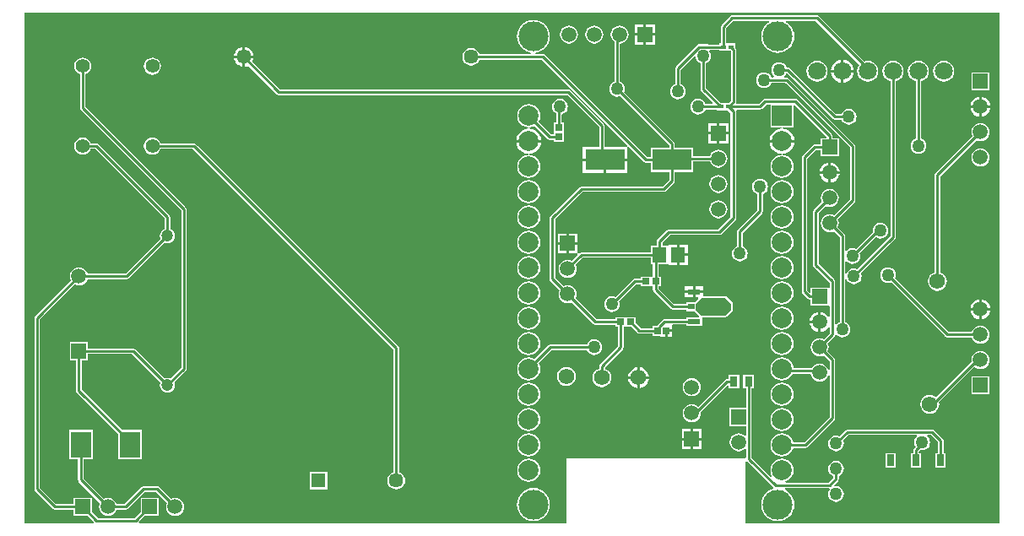
<source format=gtl>
G04*
G04 #@! TF.GenerationSoftware,Altium Limited,Altium Designer,20.0.2 (26)*
G04*
G04 Layer_Physical_Order=1*
G04 Layer_Color=255*
%FSLAX44Y44*%
%MOMM*%
G71*
G01*
G75*
%ADD14C,0.2540*%
%ADD16R,1.3000X0.6000*%
%ADD17R,0.8000X0.6000*%
%ADD18R,0.7000X1.2000*%
%ADD19R,0.8000X1.0000*%
%ADD20R,0.5000X0.4500*%
%ADD21R,0.6725X0.7154*%
%ADD22R,1.4546X1.5562*%
%ADD23R,2.0500X2.6500*%
%ADD24R,0.6900X0.7200*%
%ADD25R,4.0000X2.1500*%
%ADD26R,0.7154X0.6725*%
%ADD41R,1.4500X1.4500*%
%ADD42C,1.4500*%
%ADD43C,1.5700*%
%ADD51C,1.4000*%
%ADD52C,1.8000*%
%ADD53C,1.2000*%
%ADD54R,1.5000X1.5000*%
%ADD55C,1.5000*%
%ADD56R,1.5000X1.5000*%
%ADD57C,3.0000*%
%ADD58C,2.0000*%
%ADD59R,2.0000X2.0000*%
%ADD60C,1.2690*%
%ADD61R,1.4930X1.4930*%
%ADD62C,1.4930*%
%ADD63C,1.2700*%
G36*
X1287780Y758190D02*
X1033415D01*
Y820091D01*
X1033718Y820306D01*
X1034685Y820572D01*
X1061040Y794217D01*
X1061015Y793516D01*
X1060781Y792811D01*
X1059118Y792306D01*
X1056248Y790772D01*
X1053732Y788708D01*
X1051668Y786192D01*
X1050134Y783323D01*
X1049189Y780209D01*
X1048870Y776970D01*
X1049189Y773732D01*
X1050134Y770618D01*
X1051668Y767748D01*
X1053732Y765232D01*
X1056248Y763168D01*
X1059118Y761634D01*
X1062232Y760689D01*
X1065470Y760370D01*
X1068708Y760689D01*
X1071823Y761634D01*
X1074692Y763168D01*
X1077208Y765232D01*
X1079272Y767748D01*
X1080806Y770618D01*
X1081751Y773732D01*
X1082070Y776970D01*
X1081751Y780209D01*
X1080806Y783323D01*
X1079272Y786192D01*
X1077208Y788708D01*
X1074692Y790772D01*
X1072475Y791957D01*
X1072793Y793227D01*
X1116907D01*
X1117538Y792161D01*
X1117562Y791995D01*
X1117080Y791366D01*
X1116288Y789453D01*
X1116017Y787400D01*
X1116288Y785347D01*
X1117080Y783434D01*
X1118341Y781791D01*
X1119984Y780530D01*
X1121897Y779737D01*
X1123950Y779467D01*
X1126003Y779737D01*
X1127916Y780530D01*
X1129559Y781791D01*
X1130820Y783434D01*
X1131612Y785347D01*
X1131883Y787400D01*
X1131612Y789453D01*
X1130820Y791366D01*
X1129559Y793009D01*
X1127916Y794270D01*
X1126003Y795062D01*
X1123950Y795333D01*
X1122236Y795107D01*
X1121594Y796146D01*
X1121569Y796236D01*
X1125961Y800629D01*
X1126578Y801551D01*
X1126795Y802640D01*
Y805465D01*
X1127916Y805930D01*
X1129559Y807191D01*
X1130820Y808834D01*
X1131612Y810747D01*
X1131883Y812800D01*
X1131612Y814853D01*
X1130820Y816766D01*
X1129559Y818409D01*
X1127916Y819670D01*
X1126003Y820462D01*
X1123950Y820733D01*
X1121897Y820462D01*
X1119984Y819670D01*
X1118341Y818409D01*
X1117080Y816766D01*
X1116288Y814853D01*
X1116017Y812800D01*
X1116288Y810747D01*
X1117080Y808834D01*
X1118341Y807191D01*
X1119984Y805930D01*
X1121105Y805465D01*
Y803818D01*
X1116204Y798917D01*
X1073268D01*
X1073016Y800187D01*
X1075480Y801207D01*
X1077886Y803054D01*
X1079733Y805460D01*
X1080893Y808263D01*
X1081289Y811270D01*
X1080893Y814277D01*
X1079733Y817080D01*
X1077886Y819486D01*
X1075480Y821333D01*
X1072677Y822494D01*
X1069670Y822889D01*
X1066663Y822494D01*
X1063860Y821333D01*
X1061454Y819486D01*
X1059607Y817080D01*
X1058447Y814277D01*
X1058051Y811270D01*
X1058447Y808263D01*
X1059607Y805460D01*
X1058594Y804709D01*
X1039295Y824008D01*
Y893910D01*
X1041840D01*
Y906950D01*
X1030800D01*
Y893910D01*
X1033605D01*
Y873890D01*
X1017140D01*
Y855850D01*
X1033605D01*
Y846497D01*
X1032335Y846101D01*
X1030709Y847349D01*
X1028515Y848258D01*
X1026160Y848568D01*
X1023805Y848258D01*
X1021611Y847349D01*
X1019727Y845903D01*
X1018281Y844019D01*
X1017372Y841825D01*
X1017062Y839470D01*
X1017372Y837115D01*
X1018281Y834921D01*
X1019727Y833037D01*
X1021611Y831591D01*
X1023805Y830682D01*
X1026160Y830372D01*
X1028515Y830682D01*
X1030709Y831591D01*
X1032335Y832839D01*
X1033605Y832443D01*
Y824021D01*
X1032335Y823281D01*
X1031770Y823515D01*
X854870D01*
X853707Y823033D01*
X853225Y821870D01*
Y758190D01*
X424919Y758190D01*
X424393Y759460D01*
X430613Y765680D01*
X444630D01*
Y783720D01*
X426590D01*
Y769703D01*
X420462Y763575D01*
X383448D01*
X377320Y769703D01*
Y783720D01*
X359280D01*
Y777545D01*
X341538D01*
X325425Y793658D01*
Y962822D01*
X360431Y997828D01*
X362135Y997122D01*
X364490Y996812D01*
X366845Y997122D01*
X369039Y998031D01*
X370923Y999477D01*
X372369Y1001361D01*
X373075Y1003065D01*
X412750D01*
X413839Y1003282D01*
X414761Y1003899D01*
X450479Y1039616D01*
X451427Y1039224D01*
X453390Y1038965D01*
X455353Y1039224D01*
X457182Y1039981D01*
X458753Y1041187D01*
X459959Y1042758D01*
X460716Y1044587D01*
X460975Y1046550D01*
X460716Y1048513D01*
X459959Y1050342D01*
X458753Y1051913D01*
X457182Y1053119D01*
X456235Y1053511D01*
Y1065530D01*
X456018Y1066619D01*
X455401Y1067541D01*
X384281Y1138661D01*
X383359Y1139278D01*
X382270Y1139495D01*
X376344D01*
X375742Y1140947D01*
X374376Y1142727D01*
X372597Y1144092D01*
X370524Y1144951D01*
X368300Y1145243D01*
X366076Y1144951D01*
X364003Y1144092D01*
X362224Y1142727D01*
X360858Y1140947D01*
X359999Y1138874D01*
X359707Y1136650D01*
X359999Y1134426D01*
X360858Y1132353D01*
X362224Y1130574D01*
X364003Y1129208D01*
X366076Y1128349D01*
X368300Y1128057D01*
X370524Y1128349D01*
X372597Y1129208D01*
X374376Y1130574D01*
X375742Y1132353D01*
X376344Y1133805D01*
X381092D01*
X450545Y1064352D01*
Y1053511D01*
X449598Y1053119D01*
X448027Y1051913D01*
X446821Y1050342D01*
X446064Y1048513D01*
X445805Y1046550D01*
X446064Y1044587D01*
X446456Y1043639D01*
X411572Y1008755D01*
X373075D01*
X372369Y1010459D01*
X370923Y1012343D01*
X369039Y1013789D01*
X366845Y1014698D01*
X364490Y1015008D01*
X362135Y1014698D01*
X359941Y1013789D01*
X358057Y1012343D01*
X356611Y1010459D01*
X355702Y1008265D01*
X355392Y1005910D01*
X355702Y1003555D01*
X356408Y1001851D01*
X320569Y966011D01*
X319952Y965089D01*
X319735Y964000D01*
Y792480D01*
X319952Y791391D01*
X320569Y790469D01*
X338349Y772689D01*
X339271Y772072D01*
X340360Y771855D01*
X359280D01*
Y765680D01*
X373297D01*
X379517Y759460D01*
X378991Y758190D01*
X309880D01*
X309880Y1270000D01*
X1287780D01*
X1287780Y758190D01*
D02*
G37*
%LPC*%
G36*
X942220Y1258450D02*
X933450D01*
Y1249680D01*
X942220D01*
Y1258450D01*
D02*
G37*
G36*
X930910D02*
X922140D01*
Y1249680D01*
X930910D01*
Y1258450D01*
D02*
G37*
G36*
X881380Y1257508D02*
X879025Y1257198D01*
X876831Y1256289D01*
X874947Y1254843D01*
X873501Y1252959D01*
X872592Y1250765D01*
X872282Y1248410D01*
X872592Y1246055D01*
X873501Y1243861D01*
X874947Y1241977D01*
X876831Y1240531D01*
X879025Y1239622D01*
X881380Y1239312D01*
X883735Y1239622D01*
X885929Y1240531D01*
X887813Y1241977D01*
X889259Y1243861D01*
X890168Y1246055D01*
X890478Y1248410D01*
X890168Y1250765D01*
X889259Y1252959D01*
X887813Y1254843D01*
X885929Y1256289D01*
X883735Y1257198D01*
X881380Y1257508D01*
D02*
G37*
G36*
X855980D02*
X853625Y1257198D01*
X851431Y1256289D01*
X849547Y1254843D01*
X848101Y1252959D01*
X847192Y1250765D01*
X846882Y1248410D01*
X847192Y1246055D01*
X848101Y1243861D01*
X849547Y1241977D01*
X851431Y1240531D01*
X853625Y1239622D01*
X855980Y1239312D01*
X858335Y1239622D01*
X860529Y1240531D01*
X862413Y1241977D01*
X863859Y1243861D01*
X864768Y1246055D01*
X865078Y1248410D01*
X864768Y1250765D01*
X863859Y1252959D01*
X862413Y1254843D01*
X860529Y1256289D01*
X858335Y1257198D01*
X855980Y1257508D01*
D02*
G37*
G36*
X1104900Y1267765D02*
X1019884D01*
X1018796Y1267548D01*
X1017873Y1266931D01*
X1008969Y1258027D01*
X1008352Y1257104D01*
X1008135Y1256015D01*
Y1239480D01*
X1006960D01*
Y1238555D01*
X995525D01*
X995474Y1238588D01*
X994386Y1238804D01*
X986814D01*
X985725Y1238588D01*
X984803Y1237971D01*
X963189Y1216357D01*
X962572Y1215434D01*
X962355Y1214346D01*
Y1198600D01*
X961231Y1198134D01*
X959587Y1196873D01*
X958326Y1195229D01*
X957533Y1193315D01*
X957262Y1191260D01*
X957533Y1189205D01*
X958326Y1187291D01*
X959587Y1185647D01*
X961231Y1184386D01*
X963146Y1183593D01*
X965200Y1183322D01*
X967254Y1183593D01*
X969169Y1184386D01*
X970813Y1185647D01*
X972074Y1187291D01*
X972867Y1189205D01*
X973138Y1191260D01*
X972867Y1193315D01*
X972074Y1195229D01*
X970813Y1196873D01*
X969169Y1198134D01*
X968045Y1198600D01*
Y1213168D01*
X981418Y1226541D01*
X982759Y1226086D01*
X982933Y1224765D01*
X983726Y1222851D01*
X984987Y1221207D01*
X986631Y1219946D01*
X987755Y1219480D01*
Y1193550D01*
X987972Y1192461D01*
X988589Y1191539D01*
X1000089Y1180038D01*
X999603Y1178865D01*
X992860D01*
X992394Y1179989D01*
X991133Y1181633D01*
X989489Y1182894D01*
X987574Y1183687D01*
X985520Y1183958D01*
X983465Y1183687D01*
X981551Y1182894D01*
X979907Y1181633D01*
X978646Y1179989D01*
X977853Y1178074D01*
X977582Y1176020D01*
X977853Y1173966D01*
X978646Y1172051D01*
X979907Y1170407D01*
X981551Y1169146D01*
X983465Y1168353D01*
X985520Y1168082D01*
X987574Y1168353D01*
X989489Y1169146D01*
X991133Y1170407D01*
X992394Y1172051D01*
X992860Y1173175D01*
X1004360D01*
Y1172250D01*
X1015627D01*
X1018175Y1169702D01*
Y1065378D01*
X1005932Y1053135D01*
X956310D01*
X955221Y1052918D01*
X954299Y1052301D01*
X945041Y1043044D01*
X944424Y1042121D01*
X944208Y1041032D01*
Y1036731D01*
X938259D01*
Y1030275D01*
X868680D01*
X867591Y1030058D01*
X866668Y1029441D01*
X866001Y1028774D01*
X864750Y1029319D01*
X864750Y1029883D01*
Y1037590D01*
X855980D01*
Y1028820D01*
X863601D01*
X864251Y1028820D01*
X864796Y1027569D01*
X858769Y1021542D01*
X857065Y1022248D01*
X854710Y1022558D01*
X852355Y1022248D01*
X850161Y1021339D01*
X848277Y1019893D01*
X846831Y1018009D01*
X845922Y1015815D01*
X845612Y1013460D01*
X845922Y1011105D01*
X846831Y1008911D01*
X848277Y1007027D01*
X850161Y1005581D01*
X852355Y1004672D01*
X854710Y1004362D01*
X857065Y1004672D01*
X859259Y1005581D01*
X861143Y1007027D01*
X862589Y1008911D01*
X863498Y1011105D01*
X863808Y1013460D01*
X863498Y1015815D01*
X862792Y1017519D01*
X869858Y1024585D01*
X938259D01*
Y1018129D01*
X940177D01*
Y1005642D01*
X928353D01*
Y1003605D01*
X922020D01*
X920931Y1003388D01*
X920009Y1002771D01*
X902339Y985102D01*
X901215Y985567D01*
X899160Y985838D01*
X897105Y985567D01*
X895191Y984774D01*
X893547Y983513D01*
X892286Y981869D01*
X891493Y979955D01*
X891222Y977900D01*
X891493Y975845D01*
X892286Y973931D01*
X893547Y972287D01*
X895191Y971026D01*
X897105Y970233D01*
X899160Y969962D01*
X901215Y970233D01*
X903129Y971026D01*
X904773Y972287D01*
X906034Y973931D01*
X906827Y975845D01*
X907098Y977900D01*
X906827Y979955D01*
X906362Y981079D01*
X923198Y997915D01*
X928353D01*
Y995878D01*
X940177D01*
Y992459D01*
X940393Y991370D01*
X941010Y990447D01*
X958109Y973349D01*
X959031Y972732D01*
X960120Y972515D01*
X973430D01*
Y970840D01*
X982143D01*
X986833Y966150D01*
X986307Y964880D01*
X973430D01*
Y963205D01*
X951904D01*
X950816Y962988D01*
X949893Y962371D01*
X944739Y957217D01*
X944159Y956350D01*
X939600D01*
Y954075D01*
X927904D01*
X922718Y959261D01*
Y965002D01*
X902953D01*
Y962965D01*
X883828D01*
X862792Y984001D01*
X863498Y985705D01*
X863808Y988060D01*
X863498Y990415D01*
X862589Y992609D01*
X861143Y994493D01*
X859259Y995939D01*
X857065Y996848D01*
X854710Y997158D01*
X852355Y996848D01*
X850651Y996142D01*
X842315Y1004478D01*
Y1063082D01*
X869858Y1090625D01*
X951230D01*
X952319Y1090842D01*
X953241Y1091459D01*
X961341Y1099559D01*
X961958Y1100481D01*
X962175Y1101570D01*
Y1110410D01*
X980850D01*
Y1121105D01*
X997255D01*
X997961Y1119401D01*
X999407Y1117517D01*
X1001291Y1116071D01*
X1003485Y1115162D01*
X1005840Y1114852D01*
X1008195Y1115162D01*
X1010389Y1116071D01*
X1012273Y1117517D01*
X1013719Y1119401D01*
X1014628Y1121595D01*
X1014938Y1123950D01*
X1014628Y1126305D01*
X1013719Y1128499D01*
X1012273Y1130383D01*
X1010389Y1131829D01*
X1008195Y1132738D01*
X1005840Y1133048D01*
X1003485Y1132738D01*
X1001291Y1131829D01*
X999407Y1130383D01*
X997961Y1128499D01*
X997255Y1126795D01*
X980850D01*
Y1134950D01*
X962175D01*
Y1138710D01*
X961958Y1139799D01*
X961341Y1140721D01*
X911442Y1190621D01*
X911907Y1191746D01*
X912178Y1193800D01*
X911907Y1195854D01*
X911114Y1197769D01*
X909853Y1199413D01*
X908209Y1200674D01*
X907085Y1201140D01*
Y1239352D01*
X909135Y1239622D01*
X911329Y1240531D01*
X913213Y1241977D01*
X914659Y1243861D01*
X915568Y1246055D01*
X915878Y1248410D01*
X915568Y1250765D01*
X914659Y1252959D01*
X913213Y1254843D01*
X911329Y1256289D01*
X909135Y1257198D01*
X906780Y1257508D01*
X904425Y1257198D01*
X902231Y1256289D01*
X900347Y1254843D01*
X898901Y1252959D01*
X897992Y1250765D01*
X897682Y1248410D01*
X897992Y1246055D01*
X898901Y1243861D01*
X900347Y1241977D01*
X901395Y1241172D01*
Y1201140D01*
X900271Y1200674D01*
X898627Y1199413D01*
X897366Y1197769D01*
X896573Y1195854D01*
X896302Y1193800D01*
X896573Y1191746D01*
X897366Y1189831D01*
X898627Y1188187D01*
X900271Y1186926D01*
X902186Y1186133D01*
X904240Y1185862D01*
X906294Y1186133D01*
X907419Y1186598D01*
X956485Y1137532D01*
Y1134950D01*
X937810D01*
Y1125525D01*
X934628D01*
X832181Y1227971D01*
X831259Y1228588D01*
X830170Y1228805D01*
X822508D01*
X822446Y1230075D01*
X823608Y1230189D01*
X826722Y1231134D01*
X829592Y1232668D01*
X832108Y1234732D01*
X834172Y1237248D01*
X835706Y1240117D01*
X836651Y1243232D01*
X836970Y1246470D01*
X836651Y1249708D01*
X835706Y1252822D01*
X834172Y1255692D01*
X832108Y1258208D01*
X829592Y1260272D01*
X826722Y1261806D01*
X823608Y1262751D01*
X820370Y1263070D01*
X817132Y1262751D01*
X814017Y1261806D01*
X811148Y1260272D01*
X808632Y1258208D01*
X806568Y1255692D01*
X805034Y1252822D01*
X804089Y1249708D01*
X803770Y1246470D01*
X804089Y1243232D01*
X805034Y1240117D01*
X806568Y1237248D01*
X808632Y1234732D01*
X811148Y1232668D01*
X814017Y1231134D01*
X817132Y1230189D01*
X818294Y1230075D01*
X818232Y1228805D01*
X766204D01*
X765551Y1230383D01*
X764145Y1232215D01*
X762313Y1233621D01*
X760179Y1234504D01*
X757890Y1234806D01*
X755601Y1234504D01*
X753467Y1233621D01*
X751635Y1232215D01*
X750229Y1230383D01*
X749346Y1228249D01*
X749044Y1225960D01*
X749346Y1223671D01*
X750229Y1221537D01*
X751635Y1219705D01*
X753467Y1218299D01*
X755601Y1217416D01*
X757890Y1217114D01*
X760179Y1217416D01*
X762313Y1218299D01*
X764145Y1219705D01*
X765551Y1221537D01*
X766204Y1223115D01*
X828992D01*
X914867Y1137240D01*
X914341Y1135970D01*
X913819Y1135970D01*
X891845D01*
Y1156970D01*
X891628Y1158059D01*
X891012Y1158981D01*
X857365Y1192627D01*
X856443Y1193244D01*
X855354Y1193461D01*
X566412D01*
X538561Y1221312D01*
X539428Y1223404D01*
X539597Y1224690D01*
X531160D01*
Y1216253D01*
X532446Y1216422D01*
X534538Y1217289D01*
X563223Y1188605D01*
X564146Y1187988D01*
X565234Y1187771D01*
X854176D01*
X886155Y1155792D01*
Y1135970D01*
X869790D01*
Y1123950D01*
X892330D01*
X914870D01*
Y1134839D01*
X914870Y1135441D01*
X916140Y1135967D01*
X931439Y1120669D01*
X932361Y1120052D01*
X933450Y1119835D01*
X937810D01*
Y1110410D01*
X956485D01*
Y1102748D01*
X950052Y1096315D01*
X868680D01*
X867591Y1096098D01*
X866668Y1095481D01*
X837459Y1066271D01*
X836842Y1065349D01*
X836625Y1064260D01*
Y1003300D01*
X836842Y1002211D01*
X837459Y1001289D01*
X846628Y992119D01*
X845922Y990415D01*
X845612Y988060D01*
X845922Y985705D01*
X846831Y983511D01*
X848277Y981627D01*
X850161Y980181D01*
X852355Y979272D01*
X854710Y978962D01*
X857065Y979272D01*
X858769Y979978D01*
X880639Y958109D01*
X881561Y957492D01*
X882650Y957275D01*
X902953D01*
Y955238D01*
X905205D01*
Y935898D01*
X887219Y917911D01*
X886602Y916989D01*
X886385Y915900D01*
Y913299D01*
X884275Y912425D01*
X882317Y910923D01*
X880815Y908965D01*
X879871Y906686D01*
X879549Y904240D01*
X879871Y901794D01*
X880815Y899515D01*
X882317Y897557D01*
X884275Y896055D01*
X886554Y895111D01*
X889000Y894789D01*
X891446Y895111D01*
X893725Y896055D01*
X895683Y897557D01*
X897185Y899515D01*
X898129Y901794D01*
X898451Y904240D01*
X898129Y906686D01*
X897185Y908965D01*
X895683Y910923D01*
X893725Y912425D01*
X892075Y913108D01*
Y914722D01*
X910061Y932709D01*
X910678Y933631D01*
X910895Y934720D01*
Y955238D01*
X918695D01*
X924714Y949219D01*
X925637Y948602D01*
X926726Y948385D01*
X939600D01*
Y946110D01*
X947780D01*
Y945090D01*
X952500D01*
Y951230D01*
X953770D01*
Y952500D01*
X959760D01*
Y957370D01*
X960970Y957515D01*
X973430D01*
Y955840D01*
X989470D01*
X989470Y964715D01*
X989753Y964715D01*
X1012950D01*
X1014113Y965197D01*
X1020113Y971197D01*
X1020595Y972360D01*
Y978360D01*
X1020113Y979523D01*
X1014113Y985523D01*
X1012950Y986005D01*
X990490D01*
Y989090D01*
X982720D01*
Y984820D01*
X985424D01*
X985910Y983647D01*
X982143Y979880D01*
X973430D01*
Y978205D01*
X961298D01*
X945866Y993637D01*
Y995878D01*
X948118D01*
Y1005642D01*
X945866D01*
Y1018129D01*
X955755D01*
Y1017109D01*
X964298D01*
Y1027430D01*
Y1037751D01*
X955755D01*
Y1036731D01*
X949897D01*
Y1039854D01*
X957488Y1047445D01*
X1007110D01*
X1008199Y1047662D01*
X1009121Y1048279D01*
X1023091Y1062249D01*
X1023708Y1063171D01*
X1023925Y1064260D01*
X1023865Y1064562D01*
Y1170880D01*
X1023661Y1171905D01*
X1023657Y1171983D01*
X1024369Y1173175D01*
X1047750D01*
X1048839Y1173392D01*
X1049761Y1174009D01*
X1054008Y1178255D01*
X1058150D01*
Y1155350D01*
X1069297D01*
X1069380Y1154080D01*
X1068749Y1153997D01*
X1066396Y1153687D01*
X1063346Y1152424D01*
X1060726Y1150414D01*
X1058716Y1147794D01*
X1057453Y1144744D01*
X1057189Y1142740D01*
X1069670D01*
X1082151D01*
X1081887Y1144744D01*
X1080624Y1147794D01*
X1078614Y1150414D01*
X1075994Y1152424D01*
X1072944Y1153687D01*
X1070591Y1153997D01*
X1069960Y1154080D01*
X1070043Y1155350D01*
X1081190D01*
Y1177463D01*
X1082460Y1177927D01*
X1114717Y1145670D01*
X1114663Y1144400D01*
X1108580D01*
Y1138225D01*
X1102360D01*
X1101271Y1138008D01*
X1100349Y1137391D01*
X1090189Y1127231D01*
X1089572Y1126309D01*
X1089355Y1125220D01*
Y990600D01*
X1089572Y989511D01*
X1090189Y988589D01*
X1095269Y983509D01*
X1096191Y982892D01*
X1097280Y982675D01*
X1098420D01*
Y976500D01*
X1116025D01*
X1116460Y976500D01*
X1117295Y975576D01*
Y965757D01*
X1117025Y965614D01*
X1116025Y965424D01*
X1114601Y967281D01*
X1112503Y968890D01*
X1110061Y969902D01*
X1108710Y970079D01*
Y960120D01*
Y950161D01*
X1110061Y950338D01*
X1112503Y951350D01*
X1114601Y952959D01*
X1116025Y954816D01*
X1117025Y954626D01*
X1117295Y954483D01*
Y948598D01*
X1111499Y942802D01*
X1109795Y943508D01*
X1107440Y943818D01*
X1105085Y943508D01*
X1102891Y942599D01*
X1101007Y941153D01*
X1099561Y939269D01*
X1098652Y937075D01*
X1098342Y934720D01*
X1098652Y932365D01*
X1099561Y930171D01*
X1101007Y928287D01*
X1102891Y926841D01*
X1105085Y925932D01*
X1107440Y925622D01*
X1109795Y925932D01*
X1111499Y926638D01*
X1117295Y920842D01*
Y912416D01*
X1116025Y912163D01*
X1115319Y913869D01*
X1113873Y915753D01*
X1111989Y917199D01*
X1109795Y918108D01*
X1107440Y918418D01*
X1105085Y918108D01*
X1102891Y917199D01*
X1101007Y915753D01*
X1099615Y913940D01*
X1081149D01*
X1080893Y915877D01*
X1079733Y918680D01*
X1077886Y921086D01*
X1075480Y922933D01*
X1072677Y924093D01*
X1069670Y924489D01*
X1066663Y924093D01*
X1063860Y922933D01*
X1061454Y921086D01*
X1059607Y918680D01*
X1058447Y915877D01*
X1058051Y912870D01*
X1058447Y909863D01*
X1059607Y907060D01*
X1061454Y904654D01*
X1063860Y902807D01*
X1066663Y901647D01*
X1069670Y901251D01*
X1072677Y901647D01*
X1075480Y902807D01*
X1077886Y904654D01*
X1079733Y907060D01*
X1080226Y908250D01*
X1098483D01*
X1098652Y906965D01*
X1099561Y904771D01*
X1101007Y902887D01*
X1102891Y901441D01*
X1105085Y900532D01*
X1107440Y900222D01*
X1109795Y900532D01*
X1111989Y901441D01*
X1113873Y902887D01*
X1115319Y904771D01*
X1116025Y906477D01*
X1117295Y906224D01*
Y864778D01*
X1092032Y839515D01*
X1080915D01*
X1080893Y839677D01*
X1079733Y842480D01*
X1077886Y844886D01*
X1075480Y846733D01*
X1072677Y847894D01*
X1069670Y848289D01*
X1066663Y847894D01*
X1063860Y846733D01*
X1061454Y844886D01*
X1059607Y842480D01*
X1058447Y839677D01*
X1058051Y836670D01*
X1058447Y833663D01*
X1059607Y830860D01*
X1061454Y828454D01*
X1063860Y826607D01*
X1066663Y825447D01*
X1069670Y825051D01*
X1072677Y825447D01*
X1075480Y826607D01*
X1077886Y828454D01*
X1079733Y830860D01*
X1080893Y833663D01*
X1080915Y833825D01*
X1093210D01*
X1094299Y834042D01*
X1095221Y834659D01*
X1122151Y861589D01*
X1122768Y862511D01*
X1122985Y863600D01*
Y922020D01*
X1122768Y923109D01*
X1122151Y924031D01*
X1115522Y930661D01*
X1116228Y932365D01*
X1116538Y934720D01*
X1116228Y937075D01*
X1115522Y938779D01*
X1122151Y945409D01*
X1122768Y946331D01*
X1122921Y947102D01*
X1123765Y947439D01*
X1124255Y947451D01*
X1124687Y946887D01*
X1126331Y945626D01*
X1128245Y944833D01*
X1130300Y944562D01*
X1132355Y944833D01*
X1134269Y945626D01*
X1135913Y946887D01*
X1137174Y948531D01*
X1137967Y950445D01*
X1138238Y952500D01*
X1137967Y954555D01*
X1137174Y956469D01*
X1135913Y958113D01*
X1134269Y959374D01*
X1133145Y959840D01*
Y1002683D01*
X1134415Y1002936D01*
X1134856Y1001871D01*
X1136117Y1000227D01*
X1137761Y998966D01*
X1139676Y998173D01*
X1141730Y997902D01*
X1143784Y998173D01*
X1145699Y998966D01*
X1147343Y1000227D01*
X1148604Y1001871D01*
X1149397Y1003785D01*
X1149668Y1005840D01*
X1149397Y1007895D01*
X1148932Y1009019D01*
X1183111Y1043199D01*
X1183728Y1044121D01*
X1183945Y1045210D01*
Y1201372D01*
X1186405Y1202391D01*
X1188603Y1204077D01*
X1190289Y1206275D01*
X1191349Y1208834D01*
X1191711Y1211580D01*
X1191349Y1214326D01*
X1190289Y1216885D01*
X1188603Y1219083D01*
X1186405Y1220769D01*
X1183846Y1221829D01*
X1181100Y1222191D01*
X1178354Y1221829D01*
X1175795Y1220769D01*
X1173597Y1219083D01*
X1171911Y1216885D01*
X1170851Y1214326D01*
X1170489Y1211580D01*
X1170851Y1208834D01*
X1171911Y1206275D01*
X1173597Y1204077D01*
X1175795Y1202391D01*
X1178255Y1201372D01*
Y1046388D01*
X1144909Y1013042D01*
X1143784Y1013507D01*
X1141730Y1013778D01*
X1139676Y1013507D01*
X1137761Y1012714D01*
X1136117Y1011453D01*
X1134856Y1009809D01*
X1134415Y1008744D01*
X1133145Y1008997D01*
Y1020680D01*
X1134415Y1021111D01*
X1134847Y1020547D01*
X1136491Y1019286D01*
X1138406Y1018493D01*
X1140460Y1018222D01*
X1142514Y1018493D01*
X1144429Y1019286D01*
X1146073Y1020547D01*
X1147334Y1022191D01*
X1148127Y1024106D01*
X1148398Y1026160D01*
X1148127Y1028214D01*
X1147662Y1029339D01*
X1163626Y1045303D01*
X1164431Y1044686D01*
X1166346Y1043893D01*
X1168400Y1043622D01*
X1170454Y1043893D01*
X1172369Y1044686D01*
X1174013Y1045947D01*
X1175274Y1047591D01*
X1176067Y1049505D01*
X1176338Y1051560D01*
X1176067Y1053615D01*
X1175274Y1055529D01*
X1174013Y1057173D01*
X1172369Y1058434D01*
X1170454Y1059227D01*
X1168400Y1059498D01*
X1166346Y1059227D01*
X1164431Y1058434D01*
X1162787Y1057173D01*
X1161526Y1055529D01*
X1160733Y1053615D01*
X1160462Y1051560D01*
X1160622Y1050345D01*
X1143639Y1033362D01*
X1142514Y1033827D01*
X1140460Y1034098D01*
X1138406Y1033827D01*
X1136491Y1033034D01*
X1134847Y1031773D01*
X1134415Y1031209D01*
X1133145Y1031640D01*
Y1046480D01*
X1132928Y1047569D01*
X1132311Y1048491D01*
X1125682Y1055121D01*
X1126388Y1056825D01*
X1126698Y1059180D01*
X1126388Y1061535D01*
X1125682Y1063239D01*
X1142471Y1080029D01*
X1143088Y1080951D01*
X1143305Y1082040D01*
Y1136650D01*
X1143088Y1137739D01*
X1142471Y1138661D01*
X1076431Y1204701D01*
X1075509Y1205318D01*
X1074420Y1205535D01*
X1072280D01*
X1071849Y1206805D01*
X1072413Y1207237D01*
X1073674Y1208881D01*
X1073723Y1208998D01*
X1075221Y1209296D01*
X1120669Y1163849D01*
X1121591Y1163232D01*
X1122680Y1163015D01*
X1129310D01*
X1129776Y1161891D01*
X1131037Y1160247D01*
X1132681Y1158986D01*
X1134595Y1158193D01*
X1136650Y1157922D01*
X1138705Y1158193D01*
X1140619Y1158986D01*
X1142263Y1160247D01*
X1143524Y1161891D01*
X1144317Y1163805D01*
X1144588Y1165860D01*
X1144317Y1167915D01*
X1143524Y1169829D01*
X1142263Y1171473D01*
X1140619Y1172734D01*
X1138705Y1173527D01*
X1136650Y1173798D01*
X1134595Y1173527D01*
X1132681Y1172734D01*
X1131037Y1171473D01*
X1129776Y1169829D01*
X1129310Y1168705D01*
X1123858D01*
X1077701Y1214861D01*
X1076779Y1215478D01*
X1075690Y1215695D01*
X1074140D01*
X1073674Y1216819D01*
X1072413Y1218463D01*
X1070769Y1219724D01*
X1068855Y1220517D01*
X1066800Y1220788D01*
X1064745Y1220517D01*
X1062831Y1219724D01*
X1061187Y1218463D01*
X1059926Y1216819D01*
X1059133Y1214904D01*
X1058862Y1212850D01*
X1059133Y1210796D01*
X1059926Y1208881D01*
X1061187Y1207237D01*
X1061751Y1206805D01*
X1061320Y1205535D01*
X1058900D01*
X1058434Y1206659D01*
X1057173Y1208303D01*
X1055529Y1209564D01*
X1053615Y1210357D01*
X1051560Y1210628D01*
X1049505Y1210357D01*
X1047591Y1209564D01*
X1045947Y1208303D01*
X1044686Y1206659D01*
X1043893Y1204744D01*
X1043622Y1202690D01*
X1043893Y1200636D01*
X1044686Y1198721D01*
X1045947Y1197077D01*
X1047591Y1195816D01*
X1049505Y1195023D01*
X1051560Y1194752D01*
X1053615Y1195023D01*
X1055529Y1195816D01*
X1057173Y1197077D01*
X1058434Y1198721D01*
X1058900Y1199845D01*
X1073242D01*
X1137615Y1135472D01*
Y1083218D01*
X1121659Y1067262D01*
X1119955Y1067968D01*
X1117600Y1068278D01*
X1115245Y1067968D01*
X1113051Y1067059D01*
X1111167Y1065613D01*
X1109721Y1063729D01*
X1108812Y1061535D01*
X1108502Y1059180D01*
X1108812Y1056825D01*
X1109721Y1054631D01*
X1111167Y1052747D01*
X1113051Y1051301D01*
X1115245Y1050392D01*
X1117600Y1050082D01*
X1119955Y1050392D01*
X1121659Y1051098D01*
X1127455Y1045302D01*
Y959840D01*
X1126331Y959374D01*
X1124687Y958113D01*
X1124255Y957549D01*
X1122985Y957980D01*
Y1000760D01*
X1122768Y1001849D01*
X1122151Y1002771D01*
X1106475Y1018448D01*
Y1069432D01*
X1113541Y1076498D01*
X1115245Y1075792D01*
X1117600Y1075482D01*
X1119955Y1075792D01*
X1122149Y1076701D01*
X1124033Y1078147D01*
X1125479Y1080031D01*
X1126388Y1082225D01*
X1126698Y1084580D01*
X1126388Y1086935D01*
X1125479Y1089129D01*
X1124033Y1091013D01*
X1122149Y1092459D01*
X1119955Y1093368D01*
X1117600Y1093678D01*
X1115245Y1093368D01*
X1113051Y1092459D01*
X1111167Y1091013D01*
X1109721Y1089129D01*
X1108812Y1086935D01*
X1108502Y1084580D01*
X1108812Y1082225D01*
X1109518Y1080521D01*
X1101619Y1072621D01*
X1101002Y1071699D01*
X1100785Y1070610D01*
Y1017270D01*
X1101002Y1016181D01*
X1101619Y1015259D01*
X1117295Y999582D01*
Y995464D01*
X1116460Y994540D01*
X1116025Y994540D01*
X1098420D01*
Y990062D01*
X1097247Y989576D01*
X1095045Y991778D01*
Y1124042D01*
X1103538Y1132535D01*
X1108580D01*
Y1126360D01*
X1126620D01*
Y1144400D01*
X1120445D01*
Y1146810D01*
X1120228Y1147899D01*
X1119611Y1148821D01*
X1085321Y1183111D01*
X1084399Y1183728D01*
X1083310Y1183945D01*
X1052830D01*
X1051741Y1183728D01*
X1050819Y1183111D01*
X1046572Y1178865D01*
X1024556D01*
X1024230Y1179256D01*
X1023758Y1180135D01*
X1023925Y1180970D01*
Y1233110D01*
X1023708Y1234199D01*
X1023091Y1235121D01*
X1022500Y1235713D01*
Y1239480D01*
X1013825D01*
Y1254837D01*
X1021063Y1262075D01*
X1056927D01*
X1057245Y1260805D01*
X1056248Y1260272D01*
X1053732Y1258208D01*
X1051668Y1255692D01*
X1050134Y1252822D01*
X1049189Y1249708D01*
X1048870Y1246470D01*
X1049189Y1243232D01*
X1050134Y1240117D01*
X1051668Y1237248D01*
X1053732Y1234732D01*
X1056248Y1232668D01*
X1059118Y1231134D01*
X1062232Y1230189D01*
X1065470Y1229870D01*
X1068708Y1230189D01*
X1071823Y1231134D01*
X1074692Y1232668D01*
X1077208Y1234732D01*
X1079272Y1237248D01*
X1080806Y1240117D01*
X1081751Y1243232D01*
X1082070Y1246470D01*
X1081751Y1249708D01*
X1080806Y1252822D01*
X1079272Y1255692D01*
X1077208Y1258208D01*
X1074692Y1260272D01*
X1073695Y1260805D01*
X1074013Y1262075D01*
X1103722D01*
X1147553Y1218244D01*
X1146511Y1216885D01*
X1145451Y1214326D01*
X1145089Y1211580D01*
X1145451Y1208834D01*
X1146511Y1206275D01*
X1148197Y1204077D01*
X1150395Y1202391D01*
X1152954Y1201331D01*
X1155700Y1200969D01*
X1158446Y1201331D01*
X1161005Y1202391D01*
X1163203Y1204077D01*
X1164889Y1206275D01*
X1165949Y1208834D01*
X1166311Y1211580D01*
X1165949Y1214326D01*
X1164889Y1216885D01*
X1163203Y1219083D01*
X1161005Y1220769D01*
X1158446Y1221829D01*
X1155700Y1222191D01*
X1152954Y1221829D01*
X1152289Y1221554D01*
X1106911Y1266931D01*
X1105989Y1267548D01*
X1104900Y1267765D01*
D02*
G37*
G36*
X942220Y1247140D02*
X933450D01*
Y1238370D01*
X942220D01*
Y1247140D01*
D02*
G37*
G36*
X930910D02*
X922140D01*
Y1238370D01*
X930910D01*
Y1247140D01*
D02*
G37*
G36*
X531160Y1235667D02*
Y1227230D01*
X539597D01*
X539428Y1228516D01*
X538442Y1230897D01*
X536872Y1232942D01*
X534827Y1234512D01*
X532446Y1235498D01*
X531160Y1235667D01*
D02*
G37*
G36*
X528620Y1235667D02*
X527334Y1235498D01*
X524953Y1234512D01*
X522908Y1232942D01*
X521339Y1230897D01*
X520352Y1228516D01*
X520183Y1227230D01*
X528620D01*
Y1235667D01*
D02*
G37*
G36*
Y1224690D02*
X520183D01*
X520352Y1223404D01*
X521339Y1221023D01*
X522908Y1218978D01*
X524953Y1217409D01*
X527334Y1216422D01*
X528620Y1216253D01*
Y1224690D01*
D02*
G37*
G36*
X1131570Y1223052D02*
Y1212850D01*
X1141772D01*
X1141543Y1214593D01*
X1140380Y1217400D01*
X1138530Y1219810D01*
X1136120Y1221660D01*
X1133313Y1222823D01*
X1131570Y1223052D01*
D02*
G37*
G36*
X1129030D02*
X1127288Y1222823D01*
X1124480Y1221660D01*
X1122070Y1219810D01*
X1120220Y1217400D01*
X1119057Y1214593D01*
X1118828Y1212850D01*
X1129030D01*
Y1223052D01*
D02*
G37*
G36*
X438300Y1225243D02*
X436076Y1224951D01*
X434003Y1224092D01*
X432224Y1222727D01*
X430858Y1220947D01*
X429999Y1218874D01*
X429707Y1216650D01*
X429999Y1214426D01*
X430858Y1212353D01*
X432224Y1210574D01*
X434003Y1209208D01*
X436076Y1208349D01*
X438300Y1208057D01*
X440524Y1208349D01*
X442597Y1209208D01*
X444376Y1210574D01*
X445742Y1212353D01*
X446601Y1214426D01*
X446893Y1216650D01*
X446601Y1218874D01*
X445742Y1220947D01*
X444376Y1222727D01*
X442597Y1224092D01*
X440524Y1224951D01*
X438300Y1225243D01*
D02*
G37*
G36*
X1231900Y1222191D02*
X1229154Y1221829D01*
X1226595Y1220769D01*
X1224397Y1219083D01*
X1222711Y1216885D01*
X1221651Y1214326D01*
X1221289Y1211580D01*
X1221651Y1208834D01*
X1222711Y1206275D01*
X1224397Y1204077D01*
X1226595Y1202391D01*
X1229154Y1201331D01*
X1231900Y1200969D01*
X1234646Y1201331D01*
X1237205Y1202391D01*
X1239403Y1204077D01*
X1241089Y1206275D01*
X1242149Y1208834D01*
X1242511Y1211580D01*
X1242149Y1214326D01*
X1241089Y1216885D01*
X1239403Y1219083D01*
X1237205Y1220769D01*
X1234646Y1221829D01*
X1231900Y1222191D01*
D02*
G37*
G36*
X1104900D02*
X1102154Y1221829D01*
X1099595Y1220769D01*
X1097397Y1219083D01*
X1095711Y1216885D01*
X1094651Y1214326D01*
X1094289Y1211580D01*
X1094651Y1208834D01*
X1095711Y1206275D01*
X1097397Y1204077D01*
X1099595Y1202391D01*
X1102154Y1201331D01*
X1104900Y1200969D01*
X1107646Y1201331D01*
X1110205Y1202391D01*
X1112403Y1204077D01*
X1114089Y1206275D01*
X1115149Y1208834D01*
X1115511Y1211580D01*
X1115149Y1214326D01*
X1114089Y1216885D01*
X1112403Y1219083D01*
X1110205Y1220769D01*
X1107646Y1221829D01*
X1104900Y1222191D01*
D02*
G37*
G36*
X1141772Y1210310D02*
X1131570D01*
Y1200108D01*
X1133313Y1200337D01*
X1136120Y1201500D01*
X1138530Y1203350D01*
X1140380Y1205760D01*
X1141543Y1208568D01*
X1141772Y1210310D01*
D02*
G37*
G36*
X1129030D02*
X1118828D01*
X1119057Y1208568D01*
X1120220Y1205760D01*
X1122070Y1203350D01*
X1124480Y1201500D01*
X1127288Y1200337D01*
X1129030Y1200108D01*
Y1210310D01*
D02*
G37*
G36*
X1277750Y1210440D02*
X1259710D01*
Y1192400D01*
X1277750D01*
Y1210440D01*
D02*
G37*
G36*
X1270000Y1185979D02*
Y1177290D01*
X1278689D01*
X1278512Y1178641D01*
X1277500Y1181083D01*
X1275891Y1183181D01*
X1273793Y1184790D01*
X1271351Y1185802D01*
X1270000Y1185979D01*
D02*
G37*
G36*
X1267460D02*
X1266109Y1185802D01*
X1263667Y1184790D01*
X1261569Y1183181D01*
X1259960Y1181083D01*
X1258948Y1178641D01*
X1258771Y1177290D01*
X1267460D01*
Y1185979D01*
D02*
G37*
G36*
X1278689Y1174750D02*
X1270000D01*
Y1166061D01*
X1271351Y1166238D01*
X1273793Y1167250D01*
X1275891Y1168859D01*
X1277500Y1170957D01*
X1278512Y1173399D01*
X1278689Y1174750D01*
D02*
G37*
G36*
X1267460D02*
X1258771D01*
X1258948Y1173399D01*
X1259960Y1170957D01*
X1261569Y1168859D01*
X1263667Y1167250D01*
X1266109Y1166238D01*
X1267460Y1166061D01*
Y1174750D01*
D02*
G37*
G36*
X1015880Y1159390D02*
X1007110D01*
Y1150620D01*
X1015880D01*
Y1159390D01*
D02*
G37*
G36*
X1004570D02*
X995800D01*
Y1150620D01*
X1004570D01*
Y1159390D01*
D02*
G37*
G36*
X847090Y1183958D02*
X845035Y1183687D01*
X843121Y1182894D01*
X841477Y1181633D01*
X840216Y1179989D01*
X839423Y1178074D01*
X839152Y1176020D01*
X839423Y1173966D01*
X840216Y1172051D01*
X841477Y1170407D01*
X842975Y1169257D01*
Y1160208D01*
X840938D01*
Y1148385D01*
X838178D01*
X825633Y1160930D01*
X825733Y1161060D01*
X826893Y1163863D01*
X827289Y1166870D01*
X826893Y1169877D01*
X825733Y1172680D01*
X823886Y1175086D01*
X821480Y1176933D01*
X818677Y1178093D01*
X815670Y1178489D01*
X812663Y1178093D01*
X809860Y1176933D01*
X807454Y1175086D01*
X805607Y1172680D01*
X804446Y1169877D01*
X804051Y1166870D01*
X804446Y1163863D01*
X805607Y1161060D01*
X807454Y1158654D01*
X809860Y1156807D01*
X812663Y1155647D01*
X814971Y1155343D01*
X815106Y1155325D01*
Y1154044D01*
X814971Y1154026D01*
X812396Y1153687D01*
X809346Y1152424D01*
X806726Y1150414D01*
X804716Y1147794D01*
X803453Y1144744D01*
X803189Y1142740D01*
X815670D01*
X828151D01*
X827887Y1144744D01*
X826624Y1147794D01*
X824614Y1150414D01*
X821994Y1152424D01*
X818944Y1153687D01*
X816369Y1154026D01*
X816234Y1154044D01*
Y1155325D01*
X816369Y1155343D01*
X818677Y1155647D01*
X821480Y1156807D01*
X821610Y1156907D01*
X834989Y1143529D01*
X835911Y1142912D01*
X837000Y1142695D01*
X840938D01*
Y1140443D01*
X850702D01*
Y1150015D01*
Y1160208D01*
X848665D01*
Y1168289D01*
X849145Y1168353D01*
X851059Y1169146D01*
X852703Y1170407D01*
X853964Y1172051D01*
X854757Y1173966D01*
X855028Y1176020D01*
X854757Y1178074D01*
X853964Y1179989D01*
X852703Y1181633D01*
X851059Y1182894D01*
X849145Y1183687D01*
X847090Y1183958D01*
D02*
G37*
G36*
X1268730Y1159718D02*
X1266375Y1159408D01*
X1264181Y1158499D01*
X1262297Y1157053D01*
X1260851Y1155169D01*
X1259942Y1152975D01*
X1259632Y1150620D01*
X1259942Y1148265D01*
X1260648Y1146561D01*
X1223539Y1109451D01*
X1222922Y1108529D01*
X1222705Y1107440D01*
Y1009724D01*
X1220825Y1008945D01*
X1218867Y1007443D01*
X1217365Y1005485D01*
X1216421Y1003206D01*
X1216099Y1000760D01*
X1216421Y998314D01*
X1217365Y996035D01*
X1218867Y994077D01*
X1220825Y992575D01*
X1223104Y991631D01*
X1225550Y991309D01*
X1227996Y991631D01*
X1230275Y992575D01*
X1232233Y994077D01*
X1233735Y996035D01*
X1234679Y998314D01*
X1235001Y1000760D01*
X1234679Y1003206D01*
X1233735Y1005485D01*
X1232233Y1007443D01*
X1230275Y1008945D01*
X1228395Y1009724D01*
Y1106262D01*
X1264671Y1142538D01*
X1266375Y1141832D01*
X1268730Y1141522D01*
X1271085Y1141832D01*
X1273279Y1142741D01*
X1275163Y1144187D01*
X1276609Y1146071D01*
X1277518Y1148265D01*
X1277828Y1150620D01*
X1277518Y1152975D01*
X1276609Y1155169D01*
X1275163Y1157053D01*
X1273279Y1158499D01*
X1271085Y1159408D01*
X1268730Y1159718D01*
D02*
G37*
G36*
X1015880Y1148080D02*
X1007110D01*
Y1139310D01*
X1015880D01*
Y1148080D01*
D02*
G37*
G36*
X1004570D02*
X995800D01*
Y1139310D01*
X1004570D01*
Y1148080D01*
D02*
G37*
G36*
X1206500Y1222191D02*
X1203754Y1221829D01*
X1201195Y1220769D01*
X1198997Y1219083D01*
X1197311Y1216885D01*
X1196251Y1214326D01*
X1195889Y1211580D01*
X1196251Y1208834D01*
X1197311Y1206275D01*
X1198997Y1204077D01*
X1201195Y1202391D01*
X1203655Y1201372D01*
Y1143990D01*
X1202531Y1143524D01*
X1200887Y1142263D01*
X1199626Y1140619D01*
X1198833Y1138705D01*
X1198562Y1136650D01*
X1198833Y1134595D01*
X1199626Y1132681D01*
X1200887Y1131037D01*
X1202531Y1129776D01*
X1204445Y1128983D01*
X1206500Y1128712D01*
X1208555Y1128983D01*
X1210469Y1129776D01*
X1212113Y1131037D01*
X1213374Y1132681D01*
X1214167Y1134595D01*
X1214438Y1136650D01*
X1214167Y1138705D01*
X1213374Y1140619D01*
X1212113Y1142263D01*
X1210469Y1143524D01*
X1209345Y1143990D01*
Y1201372D01*
X1211805Y1202391D01*
X1214003Y1204077D01*
X1215689Y1206275D01*
X1216749Y1208834D01*
X1217111Y1211580D01*
X1216749Y1214326D01*
X1215689Y1216885D01*
X1214003Y1219083D01*
X1211805Y1220769D01*
X1209246Y1221829D01*
X1206500Y1222191D01*
D02*
G37*
G36*
X1268730Y1134318D02*
X1266375Y1134008D01*
X1264181Y1133099D01*
X1262297Y1131653D01*
X1260851Y1129769D01*
X1259942Y1127575D01*
X1259632Y1125220D01*
X1259942Y1122865D01*
X1260851Y1120671D01*
X1262297Y1118787D01*
X1264181Y1117341D01*
X1266375Y1116432D01*
X1268730Y1116122D01*
X1271085Y1116432D01*
X1273279Y1117341D01*
X1275163Y1118787D01*
X1276609Y1120671D01*
X1277518Y1122865D01*
X1277828Y1125220D01*
X1277518Y1127575D01*
X1276609Y1129769D01*
X1275163Y1131653D01*
X1273279Y1133099D01*
X1271085Y1134008D01*
X1268730Y1134318D01*
D02*
G37*
G36*
X1118870Y1119939D02*
Y1111250D01*
X1127559D01*
X1127382Y1112601D01*
X1126370Y1115043D01*
X1124761Y1117141D01*
X1122663Y1118750D01*
X1120221Y1119762D01*
X1118870Y1119939D01*
D02*
G37*
G36*
X1116330D02*
X1114979Y1119762D01*
X1112537Y1118750D01*
X1110439Y1117141D01*
X1108830Y1115043D01*
X1107818Y1112601D01*
X1107641Y1111250D01*
X1116330D01*
Y1119939D01*
D02*
G37*
G36*
X914870Y1121410D02*
X893600D01*
Y1109390D01*
X914870D01*
Y1121410D01*
D02*
G37*
G36*
X891060D02*
X869790D01*
Y1109390D01*
X891060D01*
Y1121410D01*
D02*
G37*
G36*
X1082151Y1140200D02*
X1069670D01*
X1057189D01*
X1057453Y1138196D01*
X1058716Y1135146D01*
X1060726Y1132526D01*
X1063346Y1130516D01*
X1066396Y1129253D01*
X1068971Y1128914D01*
X1069106Y1128896D01*
Y1127615D01*
X1068971Y1127597D01*
X1066663Y1127293D01*
X1063860Y1126133D01*
X1061454Y1124286D01*
X1059607Y1121880D01*
X1058447Y1119077D01*
X1058051Y1116070D01*
X1058447Y1113063D01*
X1059607Y1110260D01*
X1061454Y1107854D01*
X1063860Y1106007D01*
X1066663Y1104847D01*
X1069670Y1104451D01*
X1072677Y1104847D01*
X1075480Y1106007D01*
X1077886Y1107854D01*
X1079733Y1110260D01*
X1080893Y1113063D01*
X1081289Y1116070D01*
X1080893Y1119077D01*
X1079733Y1121880D01*
X1077886Y1124286D01*
X1075480Y1126133D01*
X1072677Y1127293D01*
X1070369Y1127597D01*
X1070234Y1127615D01*
Y1128896D01*
X1070369Y1128914D01*
X1072944Y1129253D01*
X1075994Y1130516D01*
X1078614Y1132526D01*
X1080624Y1135146D01*
X1081887Y1138196D01*
X1082151Y1140200D01*
D02*
G37*
G36*
X828151D02*
X815670D01*
X803189D01*
X803453Y1138196D01*
X804716Y1135146D01*
X806726Y1132526D01*
X809346Y1130516D01*
X812396Y1129253D01*
X814971Y1128914D01*
X815106Y1128896D01*
Y1127615D01*
X814971Y1127597D01*
X812663Y1127293D01*
X809860Y1126133D01*
X807454Y1124286D01*
X805607Y1121880D01*
X804446Y1119077D01*
X804051Y1116070D01*
X804446Y1113063D01*
X805607Y1110260D01*
X807454Y1107854D01*
X809860Y1106007D01*
X812663Y1104847D01*
X815670Y1104451D01*
X818677Y1104847D01*
X821480Y1106007D01*
X823886Y1107854D01*
X825733Y1110260D01*
X826893Y1113063D01*
X827289Y1116070D01*
X826893Y1119077D01*
X825733Y1121880D01*
X823886Y1124286D01*
X821480Y1126133D01*
X818677Y1127293D01*
X816369Y1127597D01*
X816234Y1127615D01*
Y1128896D01*
X816369Y1128914D01*
X818944Y1129253D01*
X821994Y1130516D01*
X824614Y1132526D01*
X826624Y1135146D01*
X827887Y1138196D01*
X828151Y1140200D01*
D02*
G37*
G36*
X1127559Y1108710D02*
X1118870D01*
Y1100021D01*
X1120221Y1100198D01*
X1122663Y1101210D01*
X1124761Y1102819D01*
X1126370Y1104917D01*
X1127382Y1107359D01*
X1127559Y1108710D01*
D02*
G37*
G36*
X1116330D02*
X1107641D01*
X1107818Y1107359D01*
X1108830Y1104917D01*
X1110439Y1102819D01*
X1112537Y1101210D01*
X1114979Y1100198D01*
X1116330Y1100021D01*
Y1108710D01*
D02*
G37*
G36*
X1005840Y1107648D02*
X1003485Y1107338D01*
X1001291Y1106429D01*
X999407Y1104983D01*
X997961Y1103099D01*
X997052Y1100905D01*
X996742Y1098550D01*
X997052Y1096195D01*
X997961Y1094001D01*
X999407Y1092117D01*
X1001291Y1090671D01*
X1003485Y1089762D01*
X1005840Y1089452D01*
X1008195Y1089762D01*
X1010389Y1090671D01*
X1012273Y1092117D01*
X1013719Y1094001D01*
X1014628Y1096195D01*
X1014938Y1098550D01*
X1014628Y1100905D01*
X1013719Y1103099D01*
X1012273Y1104983D01*
X1010389Y1106429D01*
X1008195Y1107338D01*
X1005840Y1107648D01*
D02*
G37*
G36*
X1069670Y1102289D02*
X1066663Y1101893D01*
X1063860Y1100733D01*
X1061454Y1098886D01*
X1059607Y1096480D01*
X1058447Y1093677D01*
X1058051Y1090670D01*
X1058447Y1087663D01*
X1059607Y1084860D01*
X1061454Y1082454D01*
X1063860Y1080607D01*
X1066663Y1079447D01*
X1069670Y1079051D01*
X1072677Y1079447D01*
X1075480Y1080607D01*
X1077886Y1082454D01*
X1079733Y1084860D01*
X1080893Y1087663D01*
X1081289Y1090670D01*
X1080893Y1093677D01*
X1079733Y1096480D01*
X1077886Y1098886D01*
X1075480Y1100733D01*
X1072677Y1101893D01*
X1069670Y1102289D01*
D02*
G37*
G36*
X815670D02*
X812663Y1101893D01*
X809860Y1100733D01*
X807454Y1098886D01*
X805607Y1096480D01*
X804446Y1093677D01*
X804051Y1090670D01*
X804446Y1087663D01*
X805607Y1084860D01*
X807454Y1082454D01*
X809860Y1080607D01*
X812663Y1079447D01*
X815670Y1079051D01*
X818677Y1079447D01*
X821480Y1080607D01*
X823886Y1082454D01*
X825733Y1084860D01*
X826893Y1087663D01*
X827289Y1090670D01*
X826893Y1093677D01*
X825733Y1096480D01*
X823886Y1098886D01*
X821480Y1100733D01*
X818677Y1101893D01*
X815670Y1102289D01*
D02*
G37*
G36*
X1005840Y1082248D02*
X1003485Y1081938D01*
X1001291Y1081029D01*
X999407Y1079583D01*
X997961Y1077699D01*
X997052Y1075505D01*
X996742Y1073150D01*
X997052Y1070795D01*
X997961Y1068601D01*
X999407Y1066717D01*
X1001291Y1065271D01*
X1003485Y1064362D01*
X1005840Y1064052D01*
X1008195Y1064362D01*
X1010389Y1065271D01*
X1012273Y1066717D01*
X1013719Y1068601D01*
X1014628Y1070795D01*
X1014938Y1073150D01*
X1014628Y1075505D01*
X1013719Y1077699D01*
X1012273Y1079583D01*
X1010389Y1081029D01*
X1008195Y1081938D01*
X1005840Y1082248D01*
D02*
G37*
G36*
X1069670Y1076889D02*
X1066663Y1076494D01*
X1063860Y1075333D01*
X1061454Y1073486D01*
X1059607Y1071080D01*
X1058447Y1068277D01*
X1058051Y1065270D01*
X1058447Y1062263D01*
X1059607Y1059460D01*
X1061454Y1057054D01*
X1063860Y1055207D01*
X1066663Y1054047D01*
X1069670Y1053651D01*
X1072677Y1054047D01*
X1075480Y1055207D01*
X1077886Y1057054D01*
X1079733Y1059460D01*
X1080893Y1062263D01*
X1081289Y1065270D01*
X1080893Y1068277D01*
X1079733Y1071080D01*
X1077886Y1073486D01*
X1075480Y1075333D01*
X1072677Y1076494D01*
X1069670Y1076889D01*
D02*
G37*
G36*
X815670D02*
X812663Y1076494D01*
X809860Y1075333D01*
X807454Y1073486D01*
X805607Y1071080D01*
X804446Y1068277D01*
X804051Y1065270D01*
X804446Y1062263D01*
X805607Y1059460D01*
X807454Y1057054D01*
X809860Y1055207D01*
X812663Y1054047D01*
X815670Y1053651D01*
X818677Y1054047D01*
X821480Y1055207D01*
X823886Y1057054D01*
X825733Y1059460D01*
X826893Y1062263D01*
X827289Y1065270D01*
X826893Y1068277D01*
X825733Y1071080D01*
X823886Y1073486D01*
X821480Y1075333D01*
X818677Y1076494D01*
X815670Y1076889D01*
D02*
G37*
G36*
X864750Y1048900D02*
X855980D01*
Y1040130D01*
X864750D01*
Y1048900D01*
D02*
G37*
G36*
X853440D02*
X844670D01*
Y1040130D01*
X853440D01*
Y1048900D01*
D02*
G37*
G36*
Y1037590D02*
X844670D01*
Y1028820D01*
X853440D01*
Y1037590D01*
D02*
G37*
G36*
X975381Y1037751D02*
X966838D01*
Y1028700D01*
X975381D01*
Y1037751D01*
D02*
G37*
G36*
X1069670Y1051489D02*
X1066663Y1051094D01*
X1063860Y1049933D01*
X1061454Y1048086D01*
X1059607Y1045680D01*
X1058447Y1042877D01*
X1058051Y1039870D01*
X1058447Y1036863D01*
X1059607Y1034060D01*
X1061454Y1031654D01*
X1063860Y1029807D01*
X1066663Y1028647D01*
X1069670Y1028251D01*
X1072677Y1028647D01*
X1075480Y1029807D01*
X1077886Y1031654D01*
X1079733Y1034060D01*
X1080893Y1036863D01*
X1081289Y1039870D01*
X1080893Y1042877D01*
X1079733Y1045680D01*
X1077886Y1048086D01*
X1075480Y1049933D01*
X1072677Y1051094D01*
X1069670Y1051489D01*
D02*
G37*
G36*
X815670D02*
X812663Y1051094D01*
X809860Y1049933D01*
X807454Y1048086D01*
X805607Y1045680D01*
X804446Y1042877D01*
X804051Y1039870D01*
X804446Y1036863D01*
X805607Y1034060D01*
X807454Y1031654D01*
X809860Y1029807D01*
X812663Y1028647D01*
X815670Y1028251D01*
X818677Y1028647D01*
X821480Y1029807D01*
X823886Y1031654D01*
X825733Y1034060D01*
X826893Y1036863D01*
X827289Y1039870D01*
X826893Y1042877D01*
X825733Y1045680D01*
X823886Y1048086D01*
X821480Y1049933D01*
X818677Y1051094D01*
X815670Y1051489D01*
D02*
G37*
G36*
X1047750Y1103948D02*
X1045695Y1103677D01*
X1043781Y1102884D01*
X1042137Y1101623D01*
X1040876Y1099979D01*
X1040083Y1098064D01*
X1039812Y1096010D01*
X1040083Y1093956D01*
X1040876Y1092041D01*
X1042137Y1090397D01*
X1043781Y1089136D01*
X1044905Y1088670D01*
Y1072397D01*
X1025419Y1052910D01*
X1024802Y1051987D01*
X1024585Y1050898D01*
Y1036040D01*
X1023461Y1035574D01*
X1021817Y1034313D01*
X1020556Y1032669D01*
X1019763Y1030754D01*
X1019492Y1028700D01*
X1019763Y1026646D01*
X1020556Y1024731D01*
X1021817Y1023087D01*
X1023461Y1021826D01*
X1025376Y1021033D01*
X1027430Y1020762D01*
X1029484Y1021033D01*
X1031399Y1021826D01*
X1033043Y1023087D01*
X1034304Y1024731D01*
X1035097Y1026646D01*
X1035368Y1028700D01*
X1035097Y1030754D01*
X1034304Y1032669D01*
X1033043Y1034313D01*
X1031399Y1035574D01*
X1030275Y1036040D01*
Y1049720D01*
X1049761Y1069207D01*
X1050378Y1070130D01*
X1050595Y1071218D01*
Y1088670D01*
X1051719Y1089136D01*
X1053363Y1090397D01*
X1054624Y1092041D01*
X1055417Y1093956D01*
X1055688Y1096010D01*
X1055417Y1098064D01*
X1054624Y1099979D01*
X1053363Y1101623D01*
X1051719Y1102884D01*
X1049805Y1103677D01*
X1047750Y1103948D01*
D02*
G37*
G36*
X975381Y1026160D02*
X966838D01*
Y1017109D01*
X975381D01*
Y1026160D01*
D02*
G37*
G36*
X1069670Y1026089D02*
X1066663Y1025694D01*
X1063860Y1024533D01*
X1061454Y1022686D01*
X1059607Y1020280D01*
X1058447Y1017477D01*
X1058051Y1014470D01*
X1058447Y1011463D01*
X1059607Y1008660D01*
X1061454Y1006254D01*
X1063860Y1004407D01*
X1066663Y1003247D01*
X1069670Y1002851D01*
X1072677Y1003247D01*
X1075480Y1004407D01*
X1077886Y1006254D01*
X1079733Y1008660D01*
X1080893Y1011463D01*
X1081289Y1014470D01*
X1080893Y1017477D01*
X1079733Y1020280D01*
X1077886Y1022686D01*
X1075480Y1024533D01*
X1072677Y1025694D01*
X1069670Y1026089D01*
D02*
G37*
G36*
X815670D02*
X812663Y1025694D01*
X809860Y1024533D01*
X807454Y1022686D01*
X805607Y1020280D01*
X804446Y1017477D01*
X804051Y1014470D01*
X804446Y1011463D01*
X805607Y1008660D01*
X807454Y1006254D01*
X809860Y1004407D01*
X812663Y1003247D01*
X815670Y1002851D01*
X818677Y1003247D01*
X821480Y1004407D01*
X823886Y1006254D01*
X825733Y1008660D01*
X826893Y1011463D01*
X827289Y1014470D01*
X826893Y1017477D01*
X825733Y1020280D01*
X823886Y1022686D01*
X821480Y1024533D01*
X818677Y1025694D01*
X815670Y1026089D01*
D02*
G37*
G36*
X990490Y995900D02*
X982720D01*
Y991630D01*
X990490D01*
Y995900D01*
D02*
G37*
G36*
X980180D02*
X972410D01*
Y991630D01*
X980180D01*
Y995900D01*
D02*
G37*
G36*
Y989090D02*
X972410D01*
Y984820D01*
X980180D01*
Y989090D01*
D02*
G37*
G36*
X1069670Y1000689D02*
X1066663Y1000294D01*
X1063860Y999133D01*
X1061454Y997286D01*
X1059607Y994880D01*
X1058447Y992077D01*
X1058051Y989070D01*
X1058447Y986063D01*
X1059607Y983260D01*
X1061454Y980854D01*
X1063860Y979007D01*
X1066663Y977847D01*
X1069670Y977451D01*
X1072677Y977847D01*
X1075480Y979007D01*
X1077886Y980854D01*
X1079733Y983260D01*
X1080893Y986063D01*
X1081289Y989070D01*
X1080893Y992077D01*
X1079733Y994880D01*
X1077886Y997286D01*
X1075480Y999133D01*
X1072677Y1000294D01*
X1069670Y1000689D01*
D02*
G37*
G36*
X815670D02*
X812663Y1000294D01*
X809860Y999133D01*
X807454Y997286D01*
X805607Y994880D01*
X804446Y992077D01*
X804051Y989070D01*
X804446Y986063D01*
X805607Y983260D01*
X807454Y980854D01*
X809860Y979007D01*
X812663Y977847D01*
X815670Y977451D01*
X818677Y977847D01*
X821480Y979007D01*
X823886Y980854D01*
X825733Y983260D01*
X826893Y986063D01*
X827289Y989070D01*
X826893Y992077D01*
X825733Y994880D01*
X823886Y997286D01*
X821480Y999133D01*
X818677Y1000294D01*
X815670Y1000689D01*
D02*
G37*
G36*
X1270000Y982779D02*
Y974090D01*
X1278689D01*
X1278512Y975441D01*
X1277500Y977883D01*
X1275891Y979981D01*
X1273793Y981590D01*
X1271351Y982602D01*
X1270000Y982779D01*
D02*
G37*
G36*
X1267460D02*
X1266109Y982602D01*
X1263667Y981590D01*
X1261569Y979981D01*
X1259960Y977883D01*
X1258948Y975441D01*
X1258771Y974090D01*
X1267460D01*
Y982779D01*
D02*
G37*
G36*
X1278689Y971550D02*
X1270000D01*
Y962861D01*
X1271351Y963038D01*
X1273793Y964050D01*
X1275891Y965659D01*
X1277500Y967757D01*
X1278512Y970199D01*
X1278689Y971550D01*
D02*
G37*
G36*
X1267460D02*
X1258771D01*
X1258948Y970199D01*
X1259960Y967757D01*
X1261569Y965659D01*
X1263667Y964050D01*
X1266109Y963038D01*
X1267460Y962861D01*
Y971550D01*
D02*
G37*
G36*
X1106170Y970079D02*
X1104819Y969902D01*
X1102377Y968890D01*
X1100279Y967281D01*
X1098670Y965183D01*
X1097658Y962741D01*
X1097481Y961390D01*
X1106170D01*
Y970079D01*
D02*
G37*
G36*
X1069670Y975289D02*
X1066663Y974893D01*
X1063860Y973733D01*
X1061454Y971886D01*
X1059607Y969480D01*
X1058447Y966677D01*
X1058051Y963670D01*
X1058447Y960663D01*
X1059607Y957860D01*
X1061454Y955454D01*
X1063860Y953607D01*
X1066663Y952447D01*
X1069670Y952051D01*
X1072677Y952447D01*
X1075480Y953607D01*
X1077886Y955454D01*
X1079733Y957860D01*
X1080893Y960663D01*
X1081289Y963670D01*
X1080893Y966677D01*
X1079733Y969480D01*
X1077886Y971886D01*
X1075480Y973733D01*
X1072677Y974893D01*
X1069670Y975289D01*
D02*
G37*
G36*
X815670D02*
X812663Y974893D01*
X809860Y973733D01*
X807454Y971886D01*
X805607Y969480D01*
X804446Y966677D01*
X804051Y963670D01*
X804446Y960663D01*
X805607Y957860D01*
X807454Y955454D01*
X809860Y953607D01*
X812663Y952447D01*
X815670Y952051D01*
X818677Y952447D01*
X821480Y953607D01*
X823886Y955454D01*
X825733Y957860D01*
X826893Y960663D01*
X827289Y963670D01*
X826893Y966677D01*
X825733Y969480D01*
X823886Y971886D01*
X821480Y973733D01*
X818677Y974893D01*
X815670Y975289D01*
D02*
G37*
G36*
X1106170Y958850D02*
X1097481D01*
X1097658Y957499D01*
X1098670Y955057D01*
X1100279Y952959D01*
X1102377Y951350D01*
X1104819Y950338D01*
X1106170Y950161D01*
Y958850D01*
D02*
G37*
G36*
X959760Y949960D02*
X955040D01*
Y945090D01*
X959760D01*
Y949960D01*
D02*
G37*
G36*
X1176020Y1015048D02*
X1173966Y1014777D01*
X1172051Y1013984D01*
X1170407Y1012723D01*
X1169146Y1011079D01*
X1168353Y1009165D01*
X1168082Y1007110D01*
X1168353Y1005055D01*
X1169146Y1003141D01*
X1170407Y1001497D01*
X1172051Y1000236D01*
X1173966Y999443D01*
X1176020Y999172D01*
X1178074Y999443D01*
X1179199Y999908D01*
X1233699Y945409D01*
X1234621Y944792D01*
X1235710Y944575D01*
X1260145D01*
X1260851Y942871D01*
X1262297Y940987D01*
X1264181Y939541D01*
X1266375Y938632D01*
X1268730Y938322D01*
X1271085Y938632D01*
X1273279Y939541D01*
X1275163Y940987D01*
X1276609Y942871D01*
X1277518Y945065D01*
X1277828Y947420D01*
X1277518Y949775D01*
X1276609Y951969D01*
X1275163Y953853D01*
X1273279Y955299D01*
X1271085Y956208D01*
X1268730Y956518D01*
X1266375Y956208D01*
X1264181Y955299D01*
X1262297Y953853D01*
X1260851Y951969D01*
X1260145Y950265D01*
X1236888D01*
X1183222Y1003931D01*
X1183687Y1005055D01*
X1183958Y1007110D01*
X1183687Y1009165D01*
X1182894Y1011079D01*
X1181633Y1012723D01*
X1179989Y1013984D01*
X1178074Y1014777D01*
X1176020Y1015048D01*
D02*
G37*
G36*
X881380Y942658D02*
X879325Y942387D01*
X877411Y941594D01*
X875767Y940333D01*
X874506Y938689D01*
X874040Y937565D01*
X837520D01*
X836431Y937348D01*
X835508Y936731D01*
X821610Y922833D01*
X821480Y922933D01*
X818677Y924093D01*
X815670Y924489D01*
X812663Y924093D01*
X809860Y922933D01*
X807454Y921086D01*
X805607Y918680D01*
X804446Y915877D01*
X804051Y912870D01*
X804446Y909863D01*
X805607Y907060D01*
X807454Y904654D01*
X809860Y902807D01*
X812663Y901647D01*
X815670Y901251D01*
X818677Y901647D01*
X821480Y902807D01*
X823886Y904654D01*
X825733Y907060D01*
X826893Y909863D01*
X827289Y912870D01*
X826893Y915877D01*
X825733Y918680D01*
X825633Y918810D01*
X838698Y931875D01*
X874040D01*
X874506Y930751D01*
X875767Y929107D01*
X877411Y927846D01*
X879325Y927053D01*
X881380Y926782D01*
X883435Y927053D01*
X885349Y927846D01*
X886993Y929107D01*
X888254Y930751D01*
X889047Y932665D01*
X889318Y934720D01*
X889047Y936775D01*
X888254Y938689D01*
X886993Y940333D01*
X885349Y941594D01*
X883435Y942387D01*
X881380Y942658D01*
D02*
G37*
G36*
X1069670Y949889D02*
X1066663Y949493D01*
X1063860Y948333D01*
X1061454Y946486D01*
X1059607Y944080D01*
X1058447Y941277D01*
X1058051Y938270D01*
X1058447Y935263D01*
X1059607Y932460D01*
X1061454Y930054D01*
X1063860Y928207D01*
X1066663Y927047D01*
X1069670Y926651D01*
X1072677Y927047D01*
X1075480Y928207D01*
X1077886Y930054D01*
X1079733Y932460D01*
X1080893Y935263D01*
X1081289Y938270D01*
X1080893Y941277D01*
X1079733Y944080D01*
X1077886Y946486D01*
X1075480Y948333D01*
X1072677Y949493D01*
X1069670Y949889D01*
D02*
G37*
G36*
X815670D02*
X812663Y949493D01*
X809860Y948333D01*
X807454Y946486D01*
X805607Y944080D01*
X804446Y941277D01*
X804051Y938270D01*
X804446Y935263D01*
X805607Y932460D01*
X807454Y930054D01*
X809860Y928207D01*
X812663Y927047D01*
X815670Y926651D01*
X818677Y927047D01*
X821480Y928207D01*
X823886Y930054D01*
X825733Y932460D01*
X826893Y935263D01*
X827289Y938270D01*
X826893Y941277D01*
X825733Y944080D01*
X823886Y946486D01*
X821480Y948333D01*
X818677Y949493D01*
X815670Y949889D01*
D02*
G37*
G36*
X1268730Y931118D02*
X1266375Y930808D01*
X1264181Y929899D01*
X1262297Y928453D01*
X1260851Y926569D01*
X1259942Y924375D01*
X1259632Y922020D01*
X1259853Y920341D01*
X1224133Y884621D01*
X1222655Y885755D01*
X1220376Y886699D01*
X1217930Y887021D01*
X1215484Y886699D01*
X1213205Y885755D01*
X1211247Y884253D01*
X1209745Y882295D01*
X1208801Y880016D01*
X1208479Y877570D01*
X1208801Y875124D01*
X1209745Y872845D01*
X1211247Y870887D01*
X1213205Y869385D01*
X1215484Y868441D01*
X1217930Y868119D01*
X1220376Y868441D01*
X1222655Y869385D01*
X1224613Y870887D01*
X1226115Y872845D01*
X1227059Y875124D01*
X1227381Y877570D01*
X1227119Y879561D01*
X1262777Y915219D01*
X1264181Y914141D01*
X1266375Y913232D01*
X1268730Y912922D01*
X1271085Y913232D01*
X1273279Y914141D01*
X1275163Y915587D01*
X1276609Y917471D01*
X1277518Y919665D01*
X1277828Y922020D01*
X1277518Y924375D01*
X1276609Y926569D01*
X1275163Y928453D01*
X1273279Y929899D01*
X1271085Y930808D01*
X1268730Y931118D01*
D02*
G37*
G36*
X927100Y914553D02*
Y905510D01*
X936143D01*
X935953Y906952D01*
X934906Y909480D01*
X933240Y911650D01*
X931070Y913316D01*
X928542Y914363D01*
X927100Y914553D01*
D02*
G37*
G36*
X924560D02*
X923118Y914363D01*
X920590Y913316D01*
X918420Y911650D01*
X916754Y909480D01*
X915707Y906952D01*
X915518Y905510D01*
X924560D01*
Y914553D01*
D02*
G37*
G36*
X368300Y1225243D02*
X366076Y1224951D01*
X364003Y1224092D01*
X362224Y1222727D01*
X360858Y1220947D01*
X359999Y1218874D01*
X359707Y1216650D01*
X359999Y1214426D01*
X360858Y1212353D01*
X362224Y1210574D01*
X364003Y1209208D01*
X365455Y1208606D01*
Y1174750D01*
X365672Y1173661D01*
X366289Y1172739D01*
X467055Y1071972D01*
Y914238D01*
X456301Y903484D01*
X455353Y903876D01*
X453390Y904135D01*
X451427Y903876D01*
X450479Y903484D01*
X421041Y932921D01*
X420119Y933538D01*
X419030Y933755D01*
X373510D01*
Y939930D01*
X355470D01*
Y921890D01*
X361645D01*
Y891350D01*
X361862Y890261D01*
X362479Y889339D01*
X404140Y847677D01*
Y822160D01*
X427680D01*
Y851700D01*
X408163D01*
X367335Y892528D01*
Y921890D01*
X373510D01*
Y928065D01*
X417852D01*
X446456Y899461D01*
X446064Y898513D01*
X445805Y896550D01*
X446064Y894587D01*
X446821Y892758D01*
X448027Y891187D01*
X449598Y889981D01*
X451427Y889224D01*
X453390Y888965D01*
X455353Y889224D01*
X457182Y889981D01*
X458753Y891187D01*
X459959Y892758D01*
X460716Y894587D01*
X460975Y896550D01*
X460716Y898513D01*
X460324Y899461D01*
X471911Y911049D01*
X472528Y911971D01*
X472745Y913060D01*
Y1073150D01*
X472528Y1074239D01*
X471911Y1075161D01*
X371145Y1175928D01*
Y1208606D01*
X372597Y1209208D01*
X374376Y1210574D01*
X375742Y1212353D01*
X376601Y1214426D01*
X376893Y1216650D01*
X376601Y1218874D01*
X375742Y1220947D01*
X374376Y1222727D01*
X372597Y1224092D01*
X370524Y1224951D01*
X368300Y1225243D01*
D02*
G37*
G36*
X853440Y914961D02*
X850994Y914639D01*
X848715Y913695D01*
X846757Y912193D01*
X845255Y910235D01*
X844311Y907956D01*
X843989Y905510D01*
X844311Y903064D01*
X845255Y900785D01*
X846757Y898827D01*
X848715Y897325D01*
X850994Y896381D01*
X853440Y896059D01*
X855886Y896381D01*
X858165Y897325D01*
X860123Y898827D01*
X861625Y900785D01*
X862569Y903064D01*
X862891Y905510D01*
X862569Y907956D01*
X861625Y910235D01*
X860123Y912193D01*
X858165Y913695D01*
X855886Y914639D01*
X853440Y914961D01*
D02*
G37*
G36*
X936143Y902970D02*
X927100D01*
Y893928D01*
X928542Y894117D01*
X931070Y895164D01*
X933240Y896830D01*
X934906Y899000D01*
X935953Y901528D01*
X936143Y902970D01*
D02*
G37*
G36*
X924560D02*
X915518D01*
X915707Y901528D01*
X916754Y899000D01*
X918420Y896830D01*
X920590Y895164D01*
X923118Y894117D01*
X924560Y893928D01*
Y902970D01*
D02*
G37*
G36*
X1026840Y906950D02*
X1015800D01*
Y903275D01*
X1014730D01*
X1013641Y903058D01*
X1012719Y902441D01*
X985458Y875181D01*
X983701Y876528D01*
X981516Y877434D01*
X979170Y877742D01*
X976824Y877434D01*
X974639Y876528D01*
X972762Y875088D01*
X971322Y873211D01*
X970416Y871025D01*
X970108Y868680D01*
X970416Y866335D01*
X971322Y864149D01*
X972762Y862272D01*
X974639Y860832D01*
X976824Y859926D01*
X979170Y859618D01*
X981516Y859926D01*
X983701Y860832D01*
X985578Y862272D01*
X987018Y864149D01*
X987924Y866335D01*
X988232Y868680D01*
X988089Y869766D01*
X1014627Y896304D01*
X1015800Y895818D01*
Y893910D01*
X1026840D01*
Y906950D01*
D02*
G37*
G36*
X1277750Y905640D02*
X1259710D01*
Y887600D01*
X1277750D01*
Y905640D01*
D02*
G37*
G36*
X979170Y903742D02*
X976824Y903434D01*
X974639Y902528D01*
X972762Y901088D01*
X971322Y899211D01*
X970416Y897026D01*
X970108Y894680D01*
X970416Y892335D01*
X971322Y890149D01*
X972762Y888272D01*
X974639Y886832D01*
X976824Y885926D01*
X979170Y885618D01*
X981516Y885926D01*
X983701Y886832D01*
X985578Y888272D01*
X987018Y890149D01*
X987924Y892335D01*
X988232Y894680D01*
X987924Y897026D01*
X987018Y899211D01*
X985578Y901088D01*
X983701Y902528D01*
X981516Y903434D01*
X979170Y903742D01*
D02*
G37*
G36*
X1069670Y899089D02*
X1066663Y898693D01*
X1063860Y897533D01*
X1061454Y895686D01*
X1059607Y893280D01*
X1058447Y890477D01*
X1058051Y887470D01*
X1058447Y884463D01*
X1059607Y881660D01*
X1061454Y879254D01*
X1063860Y877407D01*
X1066663Y876247D01*
X1069670Y875851D01*
X1072677Y876247D01*
X1075480Y877407D01*
X1077886Y879254D01*
X1079733Y881660D01*
X1080893Y884463D01*
X1081289Y887470D01*
X1080893Y890477D01*
X1079733Y893280D01*
X1077886Y895686D01*
X1075480Y897533D01*
X1072677Y898693D01*
X1069670Y899089D01*
D02*
G37*
G36*
X815670D02*
X812663Y898693D01*
X809860Y897533D01*
X807454Y895686D01*
X805607Y893280D01*
X804446Y890477D01*
X804051Y887470D01*
X804446Y884463D01*
X805607Y881660D01*
X807454Y879254D01*
X809860Y877407D01*
X812663Y876247D01*
X815670Y875851D01*
X818677Y876247D01*
X821480Y877407D01*
X823886Y879254D01*
X825733Y881660D01*
X826893Y884463D01*
X827289Y887470D01*
X826893Y890477D01*
X825733Y893280D01*
X823886Y895686D01*
X821480Y897533D01*
X818677Y898693D01*
X815670Y899089D01*
D02*
G37*
G36*
X1069670Y873689D02*
X1066663Y873294D01*
X1063860Y872133D01*
X1061454Y870286D01*
X1059607Y867880D01*
X1058447Y865077D01*
X1058051Y862070D01*
X1058447Y859063D01*
X1059607Y856260D01*
X1061454Y853854D01*
X1063860Y852007D01*
X1066663Y850847D01*
X1069670Y850451D01*
X1072677Y850847D01*
X1075480Y852007D01*
X1077886Y853854D01*
X1079733Y856260D01*
X1080893Y859063D01*
X1081289Y862070D01*
X1080893Y865077D01*
X1079733Y867880D01*
X1077886Y870286D01*
X1075480Y872133D01*
X1072677Y873294D01*
X1069670Y873689D01*
D02*
G37*
G36*
X815670D02*
X812663Y873294D01*
X809860Y872133D01*
X807454Y870286D01*
X805607Y867880D01*
X804446Y865077D01*
X804051Y862070D01*
X804446Y859063D01*
X805607Y856260D01*
X807454Y853854D01*
X809860Y852007D01*
X812663Y850847D01*
X815670Y850451D01*
X818677Y850847D01*
X821480Y852007D01*
X823886Y853854D01*
X825733Y856260D01*
X826893Y859063D01*
X827289Y862070D01*
X826893Y865077D01*
X825733Y867880D01*
X823886Y870286D01*
X821480Y872133D01*
X818677Y873294D01*
X815670Y873689D01*
D02*
G37*
G36*
X989175Y852685D02*
X980440D01*
Y843950D01*
X989175D01*
Y852685D01*
D02*
G37*
G36*
X977900D02*
X969165D01*
Y843950D01*
X977900D01*
Y852685D01*
D02*
G37*
G36*
X989175Y841410D02*
X980440D01*
Y832675D01*
X989175D01*
Y841410D01*
D02*
G37*
G36*
X977900D02*
X969165D01*
Y832675D01*
X977900D01*
Y841410D01*
D02*
G37*
G36*
X815670Y848289D02*
X812663Y847894D01*
X809860Y846733D01*
X807454Y844886D01*
X805607Y842480D01*
X804446Y839677D01*
X804051Y836670D01*
X804446Y833663D01*
X805607Y830860D01*
X807454Y828454D01*
X809860Y826607D01*
X812663Y825447D01*
X815670Y825051D01*
X818677Y825447D01*
X821480Y826607D01*
X823886Y828454D01*
X825733Y830860D01*
X826893Y833663D01*
X827289Y836670D01*
X826893Y839677D01*
X825733Y842480D01*
X823886Y844886D01*
X821480Y846733D01*
X818677Y847894D01*
X815670Y848289D01*
D02*
G37*
G36*
X1220470Y852475D02*
X1135380D01*
X1134291Y852258D01*
X1133369Y851641D01*
X1127125Y845398D01*
X1126003Y845863D01*
X1123950Y846133D01*
X1121897Y845863D01*
X1119984Y845070D01*
X1118341Y843809D01*
X1117080Y842166D01*
X1116288Y840253D01*
X1116017Y838200D01*
X1116288Y836147D01*
X1117080Y834234D01*
X1118341Y832591D01*
X1119984Y831330D01*
X1121897Y830537D01*
X1123950Y830267D01*
X1126003Y830537D01*
X1127916Y831330D01*
X1129559Y832591D01*
X1130820Y834234D01*
X1131612Y836147D01*
X1131883Y838200D01*
X1131612Y840253D01*
X1131148Y841375D01*
X1136558Y846785D01*
X1204830D01*
X1205261Y845515D01*
X1204697Y845083D01*
X1203436Y843439D01*
X1202643Y841525D01*
X1202372Y839470D01*
X1202643Y837415D01*
X1203436Y835501D01*
X1203675Y835189D01*
X1201949Y833463D01*
X1201332Y832540D01*
X1201115Y831452D01*
Y828690D01*
X1198940D01*
Y813650D01*
X1208980D01*
Y828690D01*
X1206805D01*
Y830273D01*
X1208325Y831794D01*
X1210310Y831532D01*
X1212365Y831803D01*
X1214279Y832596D01*
X1215923Y833857D01*
X1217184Y835501D01*
X1217977Y837415D01*
X1218248Y839470D01*
X1217977Y841525D01*
X1217184Y843439D01*
X1215923Y845083D01*
X1215359Y845515D01*
X1215790Y846785D01*
X1219292D01*
X1226115Y839962D01*
Y828690D01*
X1223940D01*
Y813650D01*
X1233980D01*
Y828690D01*
X1231805D01*
Y841140D01*
X1231588Y842229D01*
X1230972Y843151D01*
X1222481Y851641D01*
X1221559Y852258D01*
X1220470Y852475D01*
D02*
G37*
G36*
X1183980Y828690D02*
X1173940D01*
Y813650D01*
X1183980D01*
Y828690D01*
D02*
G37*
G36*
X815670Y822889D02*
X812663Y822494D01*
X809860Y821333D01*
X807454Y819486D01*
X805607Y817080D01*
X804446Y814277D01*
X804051Y811270D01*
X804446Y808263D01*
X805607Y805460D01*
X807454Y803054D01*
X809860Y801207D01*
X812663Y800047D01*
X815670Y799651D01*
X818677Y800047D01*
X821480Y801207D01*
X823886Y803054D01*
X825733Y805460D01*
X826893Y808263D01*
X827289Y811270D01*
X826893Y814277D01*
X825733Y817080D01*
X823886Y819486D01*
X821480Y821333D01*
X818677Y822494D01*
X815670Y822889D01*
D02*
G37*
G36*
X613660Y809730D02*
X596120D01*
Y792190D01*
X613660D01*
Y809730D01*
D02*
G37*
G36*
X438300Y1145243D02*
X436076Y1144951D01*
X434003Y1144092D01*
X432224Y1142727D01*
X430858Y1140947D01*
X429999Y1138874D01*
X429707Y1136650D01*
X429999Y1134426D01*
X430858Y1132353D01*
X432224Y1130574D01*
X434003Y1129208D01*
X436076Y1128349D01*
X438300Y1128057D01*
X440524Y1128349D01*
X442597Y1129208D01*
X444376Y1130574D01*
X445742Y1132353D01*
X446344Y1133805D01*
X478882D01*
X680045Y932642D01*
Y809274D01*
X678467Y808621D01*
X676635Y807215D01*
X675229Y805383D01*
X674346Y803249D01*
X674044Y800960D01*
X674346Y798671D01*
X675229Y796537D01*
X676635Y794705D01*
X678467Y793299D01*
X680601Y792416D01*
X682890Y792114D01*
X685179Y792416D01*
X687313Y793299D01*
X689145Y794705D01*
X690551Y796537D01*
X691434Y798671D01*
X691736Y800960D01*
X691434Y803249D01*
X690551Y805383D01*
X689145Y807215D01*
X687313Y808621D01*
X685735Y809274D01*
Y933820D01*
X685518Y934909D01*
X684901Y935831D01*
X482071Y1138661D01*
X481149Y1139278D01*
X480060Y1139495D01*
X446344D01*
X445742Y1140947D01*
X444376Y1142727D01*
X442597Y1144092D01*
X440524Y1144951D01*
X438300Y1145243D01*
D02*
G37*
G36*
X378180Y851700D02*
X354640D01*
Y822160D01*
X363565D01*
Y801990D01*
X363782Y800901D01*
X364399Y799979D01*
X385618Y778759D01*
X384912Y777055D01*
X384602Y774700D01*
X384912Y772345D01*
X385821Y770151D01*
X387267Y768267D01*
X389151Y766821D01*
X391345Y765912D01*
X393700Y765602D01*
X396055Y765912D01*
X398249Y766821D01*
X400133Y768267D01*
X401579Y770151D01*
X402285Y771855D01*
X411480D01*
X412569Y772072D01*
X413491Y772689D01*
X430438Y789635D01*
X442052D01*
X452928Y778759D01*
X452222Y777055D01*
X451912Y774700D01*
X452222Y772345D01*
X453131Y770151D01*
X454577Y768267D01*
X456461Y766821D01*
X458655Y765912D01*
X461010Y765602D01*
X463365Y765912D01*
X465559Y766821D01*
X467443Y768267D01*
X468889Y770151D01*
X469798Y772345D01*
X470108Y774700D01*
X469798Y777055D01*
X468889Y779249D01*
X467443Y781133D01*
X465559Y782579D01*
X463365Y783488D01*
X461010Y783798D01*
X458655Y783488D01*
X456951Y782782D01*
X445241Y794491D01*
X444319Y795108D01*
X443230Y795325D01*
X429260D01*
X428171Y795108D01*
X427248Y794491D01*
X410302Y777545D01*
X402285D01*
X401579Y779249D01*
X400133Y781133D01*
X398249Y782579D01*
X396055Y783488D01*
X393700Y783798D01*
X391345Y783488D01*
X389641Y782782D01*
X369255Y803168D01*
Y822160D01*
X378180D01*
Y851700D01*
D02*
G37*
G36*
X820370Y793570D02*
X817132Y793251D01*
X814017Y792306D01*
X811148Y790772D01*
X808632Y788708D01*
X806568Y786192D01*
X805034Y783323D01*
X804089Y780209D01*
X803770Y776970D01*
X804089Y773732D01*
X805034Y770618D01*
X806568Y767748D01*
X808632Y765232D01*
X811148Y763168D01*
X814017Y761634D01*
X817132Y760689D01*
X820370Y760370D01*
X823608Y760689D01*
X826722Y761634D01*
X829592Y763168D01*
X832108Y765232D01*
X834172Y767748D01*
X835706Y770618D01*
X836651Y773732D01*
X836970Y776970D01*
X836651Y780209D01*
X835706Y783323D01*
X834172Y786192D01*
X832108Y788708D01*
X829592Y790772D01*
X826722Y792306D01*
X823608Y793251D01*
X820370Y793570D01*
D02*
G37*
%LPD*%
G36*
X1006960Y1231940D02*
X1018227D01*
X1018235Y1231932D01*
Y1182148D01*
X1015877Y1179790D01*
X1008383D01*
X993445Y1194728D01*
Y1219480D01*
X994569Y1219946D01*
X996213Y1221207D01*
X997474Y1222851D01*
X998267Y1224765D01*
X998538Y1226820D01*
X998267Y1228875D01*
X997474Y1230789D01*
X996856Y1231595D01*
X997482Y1232865D01*
X1006960D01*
Y1231940D01*
D02*
G37*
G36*
X1018950Y978360D02*
Y972360D01*
X1012950Y966360D01*
X988950D01*
X982950Y972360D01*
Y978360D01*
X988950Y984360D01*
X1012950D01*
X1018950Y978360D01*
D02*
G37*
D14*
X815670Y1166870D02*
X837000Y1145540D01*
X845820D01*
X1047750Y1071218D02*
Y1096010D01*
X1027430Y1050898D02*
X1047750Y1071218D01*
X965200Y1191260D02*
Y1214346D01*
X994636Y1235710D02*
X1010980D01*
X994386Y1235960D02*
X994636Y1235710D01*
X990600Y1193550D02*
X1008130Y1176020D01*
X986814Y1235960D02*
X994386D01*
X965200Y1214346D02*
X986814Y1235960D01*
X990600Y1193550D02*
Y1226820D01*
X1066800Y1212850D02*
X1075690D01*
X1122680Y1165860D01*
X1140460Y1026160D02*
X1165860Y1051560D01*
X1168400D01*
X1206500Y1136650D02*
Y1211580D01*
X1181100Y1045210D02*
Y1211580D01*
X1141730Y1005840D02*
X1181100Y1045210D01*
X1130300Y952500D02*
Y1046480D01*
X1117600Y1059180D02*
X1130300Y1046480D01*
X1140460Y1082040D02*
Y1136650D01*
X1117600Y1059180D02*
X1140460Y1082040D01*
X1176020Y1007110D02*
X1235710Y947420D01*
X1268730D01*
X1120140Y863600D02*
Y922020D01*
X1107440Y934720D02*
X1120140Y922020D01*
X1074420Y1202690D02*
X1140460Y1136650D01*
X1122680Y1165860D02*
X1136650D01*
X1051560Y1202690D02*
X1074420D01*
X1083310Y1181100D02*
X1117600Y1146810D01*
X1052830Y1181100D02*
X1083310D01*
X1047750Y1176020D02*
X1052830Y1181100D01*
X1016130Y1176020D02*
X1047750D01*
X1015880D02*
X1016130D01*
X1018480Y1235710D02*
X1021080Y1233110D01*
Y1180970D02*
Y1233110D01*
X1016130Y1176020D02*
X1021080Y1180970D01*
X1010980Y1235710D02*
Y1256015D01*
X1019884Y1264920D01*
X1104900D02*
X1155700Y1214120D01*
X1019884Y1264920D02*
X1104900D01*
X985520Y1176020D02*
X1008130D01*
X1008380D01*
X1015880D02*
X1021020Y1170880D01*
Y1064260D02*
Y1170880D01*
X1007110Y1050290D02*
X1021080Y1064260D01*
X1008380Y1176020D02*
X1008630D01*
X1117600Y1135380D02*
Y1146810D01*
X904240Y1193800D02*
X959330Y1138710D01*
Y1122680D02*
Y1138710D01*
X904240Y1245870D02*
X906780Y1248410D01*
X904240Y1193800D02*
Y1245870D01*
X1021020Y1064260D02*
X1021080D01*
X956310Y1050290D02*
X1007110D01*
X1093210Y836670D02*
X1120140Y863600D01*
X1069670Y836670D02*
X1093210D01*
X1069670Y912870D02*
X1071445Y911095D01*
X1105665D01*
X1107440Y909320D01*
X1027430Y1028700D02*
Y1050898D01*
X1103630Y1017270D02*
X1120140Y1000760D01*
Y947420D02*
Y1000760D01*
X1107440Y934720D02*
X1120140Y947420D01*
X1103630Y1017270D02*
Y1070610D01*
X1117600Y1084580D01*
X1097280Y985520D02*
X1107440D01*
X1092200Y990600D02*
X1097280Y985520D01*
X1092200Y990600D02*
Y1125220D01*
X1102360Y1135380D01*
X1225550Y1107440D02*
X1268730Y1150620D01*
X1225550Y1000760D02*
Y1107440D01*
X1265555Y922020D02*
X1268730D01*
X1221105Y877570D02*
X1265555Y922020D01*
X1217930Y877570D02*
X1221105D01*
X1203960Y821170D02*
Y831452D01*
X1210310Y837802D01*
Y839470D01*
X1155700Y1211580D02*
Y1214120D01*
X1102360Y1135380D02*
X1117600D01*
X947052Y1027430D02*
Y1041032D01*
X956310Y1050290D01*
X815670Y912870D02*
X837520Y934720D01*
X881380D01*
X1220470Y849630D02*
X1228960Y841140D01*
X1135380Y849630D02*
X1220470D01*
X1123950Y838200D02*
X1135380Y849630D01*
X1228960Y821170D02*
Y841140D01*
X1123950Y802640D02*
Y812800D01*
X1117382Y796072D02*
X1123950Y802640D01*
X1063208Y796072D02*
X1117382D01*
X1036450Y822830D02*
X1063208Y796072D01*
X1036320Y900430D02*
X1036450Y900300D01*
Y822830D02*
Y900300D01*
X1014730Y900430D02*
X1021320D01*
X983855Y869555D02*
X1014730Y900430D01*
X980045Y869555D02*
X983855D01*
X979170Y868680D02*
X980045Y869555D01*
X959330Y1122680D02*
X960600Y1123950D01*
X1005840D01*
X889000Y904240D02*
X889230Y904470D01*
Y915900D01*
X908050Y934720D02*
Y960120D01*
X889230Y915900D02*
X908050Y934720D01*
X922020Y1000760D02*
X933450D01*
X899160Y977900D02*
X922020Y1000760D01*
X854710Y988060D02*
X882650Y960120D01*
X908050D01*
X917621D02*
X917836D01*
X926726Y951230D01*
X944570D01*
X951904Y960360D02*
X981450D01*
X946750Y955206D02*
X951904Y960360D01*
X946750Y953410D02*
Y955206D01*
X944570Y951230D02*
X946750Y953410D01*
X868680Y1027430D02*
X947052D01*
X854710Y1013460D02*
X868680Y1027430D01*
X943021Y1023399D02*
X947052Y1027430D01*
X943021Y1000760D02*
Y1023399D01*
X960120Y975360D02*
X978950D01*
X943021Y992459D02*
X960120Y975360D01*
X943021Y992459D02*
Y1000760D01*
X845820Y1174750D02*
X847090Y1176020D01*
X845820Y1155111D02*
Y1174750D01*
X830170Y1225960D02*
X933450Y1122680D01*
X959330D01*
X757890Y1225960D02*
X830170D01*
X959330Y1101570D02*
Y1122680D01*
X951230Y1093470D02*
X959330Y1101570D01*
X868680Y1093470D02*
X951230D01*
X839470Y1064260D02*
X868680Y1093470D01*
X839470Y1003300D02*
Y1064260D01*
Y1003300D02*
X854710Y988060D01*
X889000Y1122680D02*
Y1156970D01*
Y1122680D02*
X892330D01*
X855354Y1190616D02*
X889000Y1156970D01*
X565234Y1190616D02*
X855354D01*
X529890Y1225960D02*
X565234Y1190616D01*
X682890Y800960D02*
Y933820D01*
X480060Y1136650D02*
X682890Y933820D01*
X438300Y1136650D02*
X480060D01*
X453390Y1046550D02*
Y1065530D01*
X382270Y1136650D02*
X453390Y1065530D01*
X469900Y913060D02*
Y1073150D01*
X368300Y1174750D02*
X469900Y1073150D01*
X368300Y1174750D02*
Y1216650D01*
Y1136650D02*
X382270D01*
X453390Y896550D02*
X469900Y913060D01*
X364490Y930910D02*
X419030D01*
X453390Y896550D01*
X364490Y1005910D02*
X412750D01*
X453390Y1046550D01*
X415910Y836930D02*
Y839930D01*
X364490Y891350D02*
X415910Y839930D01*
X364490Y891350D02*
Y930910D01*
X322580Y964000D02*
X364490Y1005910D01*
X322580Y792480D02*
Y964000D01*
X340360Y774700D02*
X368300D01*
X322580Y792480D02*
X340360Y774700D01*
X366410Y801990D02*
Y836930D01*
Y801990D02*
X393700Y774700D01*
X443230Y792480D02*
X461010Y774700D01*
X429260Y792480D02*
X443230D01*
X411480Y774700D02*
X429260Y792480D01*
X393700Y774700D02*
X411480D01*
X421640Y760730D02*
X435610Y774700D01*
X382270Y760730D02*
X421640D01*
X368300Y774700D02*
X382270Y760730D01*
D16*
X981450Y960360D02*
D03*
Y990360D02*
D03*
D17*
X978950Y975360D02*
D03*
D18*
X1228960Y821170D02*
D03*
X1203960D02*
D03*
X1178960D02*
D03*
D19*
X1036320Y900430D02*
D03*
X1021320D02*
D03*
D20*
X1015880Y1176020D02*
D03*
X1008380D02*
D03*
X1018480Y1235710D02*
D03*
X1010980D02*
D03*
D21*
X845820Y1145540D02*
D03*
Y1155111D02*
D03*
D22*
X947052Y1027430D02*
D03*
X965568D02*
D03*
D23*
X415910Y836930D02*
D03*
X366410D02*
D03*
D24*
X953770Y951230D02*
D03*
X944570D02*
D03*
D25*
X959330Y1122680D02*
D03*
X892330D02*
D03*
D26*
X908050Y960120D02*
D03*
X917621D02*
D03*
X943021Y1000760D02*
D03*
X933450D02*
D03*
D41*
X604890Y800960D02*
D03*
D42*
X682890D02*
D03*
X529890Y1225960D02*
D03*
X757890D02*
D03*
D43*
X1217930Y877570D02*
D03*
X925830Y904240D02*
D03*
X889000D02*
D03*
X853440Y905510D02*
D03*
X1225550Y1000760D02*
D03*
D51*
X368300Y1136650D02*
D03*
X438300D02*
D03*
Y1216650D02*
D03*
X368300D02*
D03*
D52*
X1231900Y1211580D02*
D03*
X1206500D02*
D03*
X1181100D02*
D03*
X1155700D02*
D03*
X1130300D02*
D03*
X1104900D02*
D03*
D53*
X453390Y896550D02*
D03*
Y1046550D02*
D03*
D54*
X932180Y1248410D02*
D03*
X368300Y774700D02*
D03*
X435610D02*
D03*
D55*
X906780Y1248410D02*
D03*
X881380D02*
D03*
X855980D02*
D03*
X854710Y988060D02*
D03*
Y1013460D02*
D03*
X1026160Y839470D02*
D03*
X364490Y1005910D02*
D03*
X393700Y774700D02*
D03*
X461010D02*
D03*
X1117600Y1109980D02*
D03*
Y1084580D02*
D03*
Y1059180D02*
D03*
X1107440Y960120D02*
D03*
Y934720D02*
D03*
Y909320D02*
D03*
X1005840Y1123950D02*
D03*
Y1098550D02*
D03*
Y1073150D02*
D03*
X1268730Y1176020D02*
D03*
Y1150620D02*
D03*
Y1125220D02*
D03*
Y922020D02*
D03*
Y947420D02*
D03*
Y972820D02*
D03*
D56*
X854710Y1038860D02*
D03*
X1026160Y864870D02*
D03*
X364490Y930910D02*
D03*
X1117600Y1135380D02*
D03*
X1107440Y985520D02*
D03*
X1005840Y1149350D02*
D03*
X1268730Y1201420D02*
D03*
Y896620D02*
D03*
D57*
X1065470Y1246470D02*
D03*
X820370D02*
D03*
Y776970D02*
D03*
X1065470D02*
D03*
D58*
X815670Y811270D02*
D03*
Y836670D02*
D03*
Y862070D02*
D03*
Y887470D02*
D03*
Y912870D02*
D03*
Y938270D02*
D03*
Y963670D02*
D03*
Y989070D02*
D03*
Y1014470D02*
D03*
Y1039870D02*
D03*
Y1065270D02*
D03*
Y1090670D02*
D03*
Y1116070D02*
D03*
Y1141470D02*
D03*
Y1166870D02*
D03*
X1069670Y811270D02*
D03*
Y836670D02*
D03*
Y862070D02*
D03*
Y887470D02*
D03*
Y912870D02*
D03*
Y938270D02*
D03*
Y963670D02*
D03*
Y989070D02*
D03*
Y1014470D02*
D03*
Y1039870D02*
D03*
Y1065270D02*
D03*
Y1090670D02*
D03*
Y1116070D02*
D03*
Y1141470D02*
D03*
D59*
Y1166870D02*
D03*
D60*
X1123950Y787400D02*
D03*
Y812800D02*
D03*
Y838200D02*
D03*
D61*
X979170Y842680D02*
D03*
D62*
Y868680D02*
D03*
Y894680D02*
D03*
D63*
X1047750Y1096010D02*
D03*
X990600Y1226820D02*
D03*
X1066800Y1212850D02*
D03*
X1168400Y1051560D02*
D03*
X1206500Y1136650D02*
D03*
X1130300Y952500D02*
D03*
X1176020Y1007110D02*
D03*
X1141730Y1005840D02*
D03*
X1140460Y1026160D02*
D03*
X1051560Y1202690D02*
D03*
X985520Y1176020D02*
D03*
X1136650Y1165860D02*
D03*
X965200Y1191260D02*
D03*
X904240Y1193800D02*
D03*
X1027430Y1028700D02*
D03*
X1210310Y839470D02*
D03*
X881380Y934720D02*
D03*
X899160Y977900D02*
D03*
X847090Y1176020D02*
D03*
M02*

</source>
